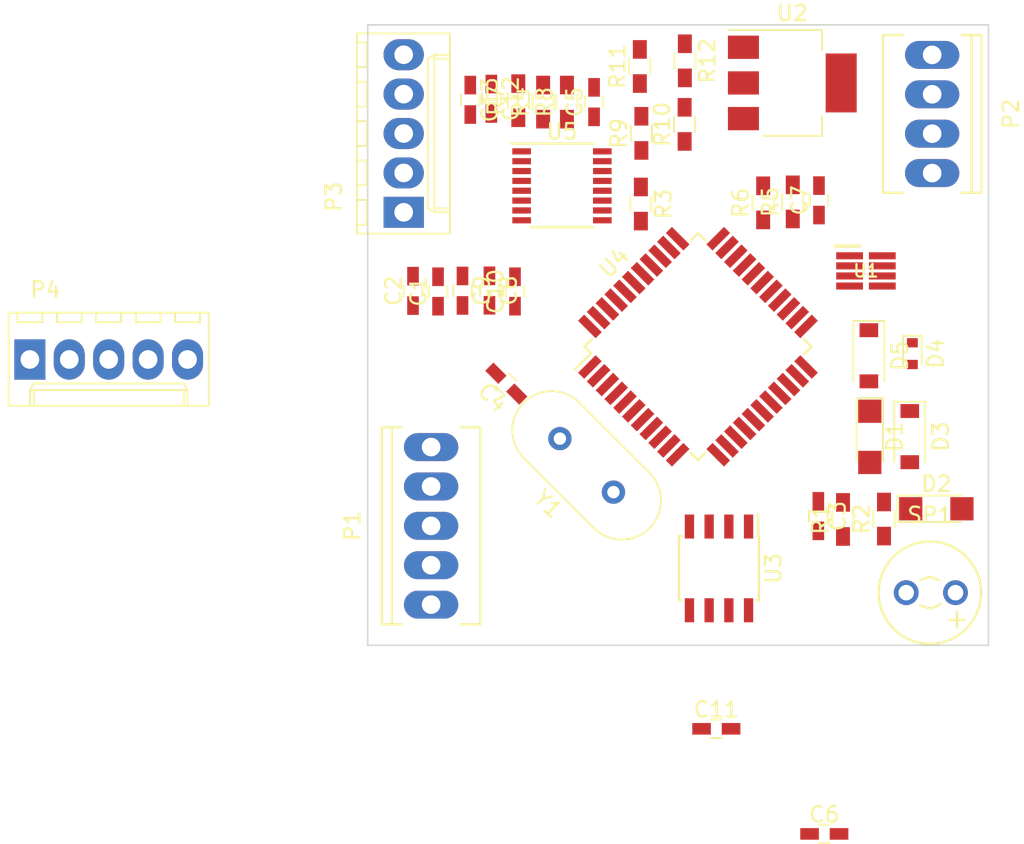
<source format=kicad_pcb>
(kicad_pcb (version 4) (host pcbnew 4.0.4-stable)

  (general
    (links 98)
    (no_connects 98)
    (area 12.014999 158.064999 52.120001 198.170001)
    (thickness 1.6)
    (drawings 4)
    (tracks 0)
    (zones 0)
    (modules 41)
    (nets 64)
  )

  (page A4)
  (layers
    (0 F.Cu signal)
    (31 B.Cu signal)
    (32 B.Adhes user)
    (33 F.Adhes user)
    (34 B.Paste user)
    (35 F.Paste user)
    (36 B.SilkS user)
    (37 F.SilkS user)
    (38 B.Mask user)
    (39 F.Mask user)
    (40 Dwgs.User user)
    (41 Cmts.User user)
    (42 Eco1.User user)
    (43 Eco2.User user)
    (44 Edge.Cuts user)
    (45 Margin user)
    (46 B.CrtYd user)
    (47 F.CrtYd user)
    (48 B.Fab user)
    (49 F.Fab user)
  )

  (setup
    (last_trace_width 0.4)
    (trace_clearance 0.2)
    (zone_clearance 0.508)
    (zone_45_only no)
    (trace_min 0.2)
    (segment_width 0.2)
    (edge_width 0.1)
    (via_size 0.6)
    (via_drill 0.4)
    (via_min_size 0.4)
    (via_min_drill 0.3)
    (uvia_size 0.3)
    (uvia_drill 0.1)
    (uvias_allowed no)
    (uvia_min_size 0.2)
    (uvia_min_drill 0.1)
    (pcb_text_width 0.3)
    (pcb_text_size 1.5 1.5)
    (mod_edge_width 0.15)
    (mod_text_size 1 1)
    (mod_text_width 0.15)
    (pad_size 1.5 1.5)
    (pad_drill 0.6)
    (pad_to_mask_clearance 0)
    (aux_axis_origin 0 0)
    (grid_origin 19.56816 179.81676)
    (visible_elements 7FFCFFFF)
    (pcbplotparams
      (layerselection 0x00030_80000001)
      (usegerberextensions false)
      (excludeedgelayer true)
      (linewidth 0.100000)
      (plotframeref false)
      (viasonmask false)
      (mode 1)
      (useauxorigin false)
      (hpglpennumber 1)
      (hpglpenspeed 20)
      (hpglpendiameter 15)
      (hpglpenoverlay 2)
      (psnegative false)
      (psa4output false)
      (plotreference true)
      (plotvalue true)
      (plotinvisibletext false)
      (padsonsilk false)
      (subtractmaskfromsilk false)
      (outputformat 1)
      (mirror false)
      (drillshape 1)
      (scaleselection 1)
      (outputdirectory ""))
  )

  (net 0 "")
  (net 1 /RA6)
  (net 2 GND)
  (net 3 /RA7)
  (net 4 /F_BEA)
  (net 5 VCC)
  (net 6 "Net-(D1-Pad2)")
  (net 7 /BUZZER)
  (net 8 /PWD)
  (net 9 /SOL)
  (net 10 /DIS)
  (net 11 /PGD)
  (net 12 /PGC)
  (net 13 /ENA)
  (net 14 /TEMP)
  (net 15 /WDI)
  (net 16 /~WDO)
  (net 17 VDD)
  (net 18 /AGC)
  (net 19 /LED_R)
  (net 20 /LED_G)
  (net 21 "Net-(R7-Pad1)")
  (net 22 "Net-(R10-Pad2)")
  (net 23 /F_RF_IN)
  (net 24 "Net-(R11-Pad1)")
  (net 25 "Net-(U5-Pad15)")
  (net 26 /PTT)
  (net 27 /RPT)
  (net 28 /HIPWR)
  (net 29 /BEACON_ON)
  (net 30 /VBAT)
  (net 31 "Net-(U1-Pad3)")
  (net 32 "Net-(U4-Pad1)")
  (net 33 "Net-(U4-Pad4)")
  (net 34 "Net-(U4-Pad5)")
  (net 35 "Net-(U4-Pad12)")
  (net 36 "Net-(U4-Pad13)")
  (net 37 /BEACON_MODE)
  (net 38 "Net-(U4-Pad15)")
  (net 39 "Net-(U4-Pad23)")
  (net 40 "Net-(U4-Pad25)")
  (net 41 "Net-(U4-Pad32)")
  (net 42 "Net-(U4-Pad33)")
  (net 43 "Net-(U4-Pad34)")
  (net 44 "Net-(U4-Pad35)")
  (net 45 "Net-(U4-Pad36)")
  (net 46 "Net-(U4-Pad37)")
  (net 47 "Net-(U4-Pad38)")
  (net 48 "Net-(U4-Pad42)")
  (net 49 "Net-(U4-Pad43)")
  (net 50 "Net-(U4-Pad44)")
  (net 51 /RF_IN)
  (net 52 "Net-(C6-Pad1)")
  (net 53 "Net-(C10-Pad2)")
  (net 54 "Net-(C12-Pad1)")
  (net 55 "Net-(C13-Pad1)")
  (net 56 "Net-(C13-Pad2)")
  (net 57 "Net-(D2-Pad2)")
  (net 58 "Net-(U3-Pad1)")
  (net 59 "Net-(U3-Pad2)")
  (net 60 "Net-(U3-Pad3)")
  (net 61 "Net-(U3-Pad6)")
  (net 62 "Net-(U3-Pad7)")
  (net 63 "Net-(U3-Pad8)")

  (net_class Default "Esta es la clase de red por defecto."
    (clearance 0.2)
    (trace_width 0.4)
    (via_dia 0.6)
    (via_drill 0.4)
    (uvia_dia 0.3)
    (uvia_drill 0.1)
    (add_net /AGC)
    (add_net /BEACON_MODE)
    (add_net /BEACON_ON)
    (add_net /BUZZER)
    (add_net /DIS)
    (add_net /ENA)
    (add_net /F_BEA)
    (add_net /F_RF_IN)
    (add_net /HIPWR)
    (add_net /LED_G)
    (add_net /LED_R)
    (add_net /PGC)
    (add_net /PGD)
    (add_net /PTT)
    (add_net /PWD)
    (add_net /RA6)
    (add_net /RA7)
    (add_net /RF_IN)
    (add_net /RPT)
    (add_net /SOL)
    (add_net /TEMP)
    (add_net /VBAT)
    (add_net /WDI)
    (add_net /~WDO)
    (add_net GND)
    (add_net "Net-(C10-Pad2)")
    (add_net "Net-(C12-Pad1)")
    (add_net "Net-(C13-Pad1)")
    (add_net "Net-(C13-Pad2)")
    (add_net "Net-(C6-Pad1)")
    (add_net "Net-(D1-Pad2)")
    (add_net "Net-(D2-Pad2)")
    (add_net "Net-(R10-Pad2)")
    (add_net "Net-(R11-Pad1)")
    (add_net "Net-(R7-Pad1)")
    (add_net "Net-(U1-Pad3)")
    (add_net "Net-(U3-Pad1)")
    (add_net "Net-(U3-Pad2)")
    (add_net "Net-(U3-Pad3)")
    (add_net "Net-(U3-Pad6)")
    (add_net "Net-(U3-Pad7)")
    (add_net "Net-(U3-Pad8)")
    (add_net "Net-(U4-Pad1)")
    (add_net "Net-(U4-Pad12)")
    (add_net "Net-(U4-Pad13)")
    (add_net "Net-(U4-Pad15)")
    (add_net "Net-(U4-Pad23)")
    (add_net "Net-(U4-Pad25)")
    (add_net "Net-(U4-Pad32)")
    (add_net "Net-(U4-Pad33)")
    (add_net "Net-(U4-Pad34)")
    (add_net "Net-(U4-Pad35)")
    (add_net "Net-(U4-Pad36)")
    (add_net "Net-(U4-Pad37)")
    (add_net "Net-(U4-Pad38)")
    (add_net "Net-(U4-Pad4)")
    (add_net "Net-(U4-Pad42)")
    (add_net "Net-(U4-Pad43)")
    (add_net "Net-(U4-Pad44)")
    (add_net "Net-(U4-Pad5)")
    (add_net "Net-(U5-Pad15)")
    (add_net VCC)
    (add_net VDD)
  )

  (module LEDs:LED_1206 (layer F.Cu) (tedit 587AA501) (tstamp 587B161B)
    (at 44.4246 184.67832 270)
    (descr "LED 1206 smd package")
    (tags "LED led 1206 SMD smd SMT smt smdled SMDLED smtled SMTLED")
    (path /58ABDFF6)
    (attr smd)
    (fp_text reference D1 (at 0 -1.6 270) (layer F.SilkS)
      (effects (font (size 1 1) (thickness 0.15)))
    )
    (fp_text value LED (at 0 2.54 270) (layer F.Fab)
      (effects (font (size 1 1) (thickness 0.15)))
    )
    (fp_line (start -2.5 -0.85) (end -2.5 0.85) (layer F.SilkS) (width 0.12))
    (fp_line (start -0.45 -0.4) (end -0.45 0.4) (layer F.Fab) (width 0.1))
    (fp_line (start -0.4 0) (end 0.2 -0.4) (layer F.Fab) (width 0.1))
    (fp_line (start 0.2 0.4) (end -0.4 0) (layer F.Fab) (width 0.1))
    (fp_line (start 0.2 -0.4) (end 0.2 0.4) (layer F.Fab) (width 0.1))
    (fp_line (start 1.6 0.8) (end -1.6 0.8) (layer F.Fab) (width 0.1))
    (fp_line (start 1.6 -0.8) (end 1.6 0.8) (layer F.Fab) (width 0.1))
    (fp_line (start -1.6 -0.8) (end 1.6 -0.8) (layer F.Fab) (width 0.1))
    (fp_line (start -1.6 0.8) (end -1.6 -0.8) (layer F.Fab) (width 0.1))
    (fp_line (start -2.45 0.85) (end 1.6 0.85) (layer F.SilkS) (width 0.12))
    (fp_line (start -2.45 -0.85) (end 1.6 -0.85) (layer F.SilkS) (width 0.12))
    (fp_line (start 2.65 -1) (end 2.65 1) (layer F.CrtYd) (width 0.05))
    (fp_line (start 2.65 1) (end -2.65 1) (layer F.CrtYd) (width 0.05))
    (fp_line (start -2.65 1) (end -2.65 -1) (layer F.CrtYd) (width 0.05))
    (fp_line (start -2.65 -1) (end 2.65 -1) (layer F.CrtYd) (width 0.05))
    (pad 2 smd rect (at 1.65 0 90) (size 1.5 1.5) (layers F.Cu F.Paste F.Mask)
      (net 6 "Net-(D1-Pad2)"))
    (pad 1 smd rect (at -1.65 0 90) (size 1.5 1.5) (layers F.Cu F.Paste F.Mask)
      (net 2 GND))
    (model LEDs.3dshapes/LED_1206.wrl
      (at (xyz 0 0 0))
      (scale (xyz 1 1 1))
      (rotate (xyz 0 0 180))
    )
  )

  (module Buzzers_Beepers:MagneticBuzzer_Kingstate_KCG0601 (layer F.Cu) (tedit 544E362D) (tstamp 587B3B57)
    (at 46.77156 194.72656)
    (descr "Buzzer, Elektromagnetic Beeper, Summer,")
    (tags "Kingstate, KCG0601,")
    (path /582783C1)
    (fp_text reference SP1 (at 1.524 -5.00126) (layer F.SilkS)
      (effects (font (size 1 1) (thickness 0.15)))
    )
    (fp_text value SPEAKER (at 1.524 5.00126) (layer F.Fab)
      (effects (font (size 1 1) (thickness 0.15)))
    )
    (fp_line (start 2.77368 1.75006) (end 3.77444 1.75006) (layer F.SilkS) (width 0.15))
    (fp_line (start 3.27406 1.24968) (end 3.27406 2.25044) (layer F.SilkS) (width 0.15))
    (fp_line (start 2.22504 0.70104) (end 2.12344 0.8001) (layer F.SilkS) (width 0.15))
    (fp_line (start 2.12344 0.8001) (end 1.92278 0.89916) (layer F.SilkS) (width 0.15))
    (fp_line (start 1.92278 0.89916) (end 1.62306 1.00076) (layer F.SilkS) (width 0.15))
    (fp_line (start 1.62306 1.00076) (end 1.42494 1.00076) (layer F.SilkS) (width 0.15))
    (fp_line (start 1.42494 1.00076) (end 1.12522 0.89916) (layer F.SilkS) (width 0.15))
    (fp_line (start 1.12522 0.89916) (end 0.92456 0.8001) (layer F.SilkS) (width 0.15))
    (fp_line (start 2.12344 -0.8001) (end 1.92278 -0.89916) (layer F.SilkS) (width 0.15))
    (fp_line (start 1.92278 -0.89916) (end 1.62306 -1.00076) (layer F.SilkS) (width 0.15))
    (fp_line (start 1.62306 -1.00076) (end 1.42494 -1.00076) (layer F.SilkS) (width 0.15))
    (fp_line (start 1.42494 -1.00076) (end 1.12522 -0.89916) (layer F.SilkS) (width 0.15))
    (fp_line (start 1.12522 -0.89916) (end 0.92456 -0.8001) (layer F.SilkS) (width 0.15))
    (fp_circle (center 1.524 0) (end 4.82346 0) (layer F.SilkS) (width 0.15))
    (pad 1 thru_hole circle (at 0 0) (size 1.6002 1.6002) (drill 1.00076) (layers *.Cu *.Mask)
      (net 7 /BUZZER))
    (pad 2 thru_hole circle (at 3.175 0) (size 1.6002 1.6002) (drill 1.00076) (layers *.Cu *.Mask)
      (net 2 GND))
    (model Buzzers_Beepers.3dshapes/MagneticBuzzer_Kingstate_KCG0601.wrl
      (at (xyz 0 0 0))
      (scale (xyz 1 1 1))
      (rotate (xyz 0 0 0))
    )
  )

  (module Crystals:Crystal_HC49-4H_Vertical (layer F.Cu) (tedit 58778B02) (tstamp 587D561F)
    (at 27.90444 188.24448 135)
    (descr "Crystal THT HC-49-4H http://5hertz.com/pdfs/04404_D.pdf")
    (tags "THT crystalHC-49-4H")
    (path /58272070)
    (fp_text reference Y1 (at 2.44 -3.525 135) (layer F.SilkS)
      (effects (font (size 1 1) (thickness 0.15)))
    )
    (fp_text value Crystal (at 2.44 3.525 135) (layer F.Fab)
      (effects (font (size 1 1) (thickness 0.15)))
    )
    (fp_arc (start -0.76 0) (end -0.76 -2.325) (angle -180) (layer F.Fab) (width 0.1))
    (fp_arc (start 5.64 0) (end 5.64 -2.325) (angle 180) (layer F.Fab) (width 0.1))
    (fp_arc (start -0.56 0) (end -0.56 -2) (angle -180) (layer F.Fab) (width 0.1))
    (fp_arc (start 5.44 0) (end 5.44 -2) (angle 180) (layer F.Fab) (width 0.1))
    (fp_arc (start -0.76 0) (end -0.76 -2.525) (angle -180) (layer F.SilkS) (width 0.12))
    (fp_arc (start 5.64 0) (end 5.64 -2.525) (angle 180) (layer F.SilkS) (width 0.12))
    (fp_line (start -0.76 -2.325) (end 5.64 -2.325) (layer F.Fab) (width 0.1))
    (fp_line (start -0.76 2.325) (end 5.64 2.325) (layer F.Fab) (width 0.1))
    (fp_line (start -0.56 -2) (end 5.44 -2) (layer F.Fab) (width 0.1))
    (fp_line (start -0.56 2) (end 5.44 2) (layer F.Fab) (width 0.1))
    (fp_line (start -0.76 -2.525) (end 5.64 -2.525) (layer F.SilkS) (width 0.12))
    (fp_line (start -0.76 2.525) (end 5.64 2.525) (layer F.SilkS) (width 0.12))
    (fp_line (start -3.6 -2.8) (end -3.6 2.8) (layer F.CrtYd) (width 0.05))
    (fp_line (start -3.6 2.8) (end 8.5 2.8) (layer F.CrtYd) (width 0.05))
    (fp_line (start 8.5 2.8) (end 8.5 -2.8) (layer F.CrtYd) (width 0.05))
    (fp_line (start 8.5 -2.8) (end -3.6 -2.8) (layer F.CrtYd) (width 0.05))
    (pad 1 thru_hole circle (at 0 0 135) (size 1.5 1.5) (drill 0.8) (layers *.Cu *.Mask)
      (net 1 /RA6))
    (pad 2 thru_hole circle (at 4.88 0 135) (size 1.5 1.5) (drill 0.8) (layers *.Cu *.Mask)
      (net 3 /RA7))
    (model Crystals.3dshapes/Crystal_HC49-4H_Vertical.wrl
      (at (xyz 0 0 0))
      (scale (xyz 0.393701 0.393701 0.393701))
      (rotate (xyz 0 0 0))
    )
  )

  (module smd-semi:SOT-23-8 (layer F.Cu) (tedit 5523110C) (tstamp 58850009)
    (at 44.17568 173.97984)
    (path /58272E1A)
    (attr smd)
    (fp_text reference U1 (at 0 0) (layer F.SilkS)
      (effects (font (size 0.8 0.8) (thickness 0.15)))
    )
    (fp_text value MAX6369 (at 0 0) (layer F.Fab)
      (effects (font (size 0.8 0.8) (thickness 0.15)))
    )
    (fp_line (start -0.2 -1.4) (end -0.8 -0.8) (layer F.Fab) (width 0.2))
    (fp_line (start -0.8125 -1.45) (end 0.8125 -1.45) (layer F.Fab) (width 0.2))
    (fp_line (start -0.8125 1.45) (end -0.8125 -1.45) (layer F.Fab) (width 0.2))
    (fp_line (start 0.8125 1.45) (end -0.8125 1.45) (layer F.Fab) (width 0.2))
    (fp_line (start 0.8125 -1.45) (end 0.8125 1.45) (layer F.Fab) (width 0.2))
    (fp_line (start -0.4 -1.6) (end -2 -1.6) (layer F.SilkS) (width 0.2))
    (fp_line (start -2.1675 -1.75) (end 2.1675 -1.75) (layer F.CrtYd) (width 0.2))
    (fp_line (start -2.1675 1.75) (end -2.1675 -1.75) (layer F.CrtYd) (width 0.2))
    (fp_line (start 2.1675 1.75) (end -2.1675 1.75) (layer F.CrtYd) (width 0.2))
    (fp_line (start 2.1675 -1.75) (end 2.1675 1.75) (layer F.CrtYd) (width 0.2))
    (pad 1 smd rect (at -1.054 -0.975 270) (size 0.457 1.727) (layers F.Cu F.Paste F.Mask)
      (net 15 /WDI))
    (pad 2 smd rect (at -1.054 -0.325 270) (size 0.457 1.727) (layers F.Cu F.Paste F.Mask)
      (net 2 GND))
    (pad 3 smd rect (at -1.054 0.325 270) (size 0.457 1.727) (layers F.Cu F.Paste F.Mask)
      (net 31 "Net-(U1-Pad3)"))
    (pad 4 smd rect (at -1.054 0.975 270) (size 0.457 1.727) (layers F.Cu F.Paste F.Mask)
      (net 5 VCC))
    (pad 5 smd rect (at 1.054 0.975 270) (size 0.457 1.727) (layers F.Cu F.Paste F.Mask)
      (net 5 VCC))
    (pad 6 smd rect (at 1.054 0.325 270) (size 0.457 1.727) (layers F.Cu F.Paste F.Mask)
      (net 5 VCC))
    (pad 7 smd rect (at 1.054 -0.325 270) (size 0.457 1.727) (layers F.Cu F.Paste F.Mask)
      (net 16 /~WDO))
    (pad 8 smd rect (at 1.054 -0.975 270) (size 0.457 1.727) (layers F.Cu F.Paste F.Mask)
      (net 5 VCC))
    (model smd_trans/sot23-8.wrl
      (at (xyz 0 0 0))
      (scale (xyz 1 1 1))
      (rotate (xyz 0 0 90))
    )
  )

  (module Diodes_SMD:D_SOD-123 (layer F.Cu) (tedit 58645DC7) (tstamp 58D44880)
    (at 44.36364 179.451 270)
    (descr SOD-123)
    (tags SOD-123)
    (path /58C3AFE4)
    (attr smd)
    (fp_text reference D5 (at 0 -2 270) (layer F.SilkS)
      (effects (font (size 1 1) (thickness 0.15)))
    )
    (fp_text value ZENER (at 0 2.1 270) (layer F.Fab)
      (effects (font (size 1 1) (thickness 0.15)))
    )
    (fp_line (start -2.25 -1) (end -2.25 1) (layer F.SilkS) (width 0.12))
    (fp_line (start 0.25 0) (end 0.75 0) (layer F.Fab) (width 0.1))
    (fp_line (start 0.25 0.4) (end -0.35 0) (layer F.Fab) (width 0.1))
    (fp_line (start 0.25 -0.4) (end 0.25 0.4) (layer F.Fab) (width 0.1))
    (fp_line (start -0.35 0) (end 0.25 -0.4) (layer F.Fab) (width 0.1))
    (fp_line (start -0.35 0) (end -0.35 0.55) (layer F.Fab) (width 0.1))
    (fp_line (start -0.35 0) (end -0.35 -0.55) (layer F.Fab) (width 0.1))
    (fp_line (start -0.75 0) (end -0.35 0) (layer F.Fab) (width 0.1))
    (fp_line (start -1.4 0.9) (end -1.4 -0.9) (layer F.Fab) (width 0.1))
    (fp_line (start 1.4 0.9) (end -1.4 0.9) (layer F.Fab) (width 0.1))
    (fp_line (start 1.4 -0.9) (end 1.4 0.9) (layer F.Fab) (width 0.1))
    (fp_line (start -1.4 -0.9) (end 1.4 -0.9) (layer F.Fab) (width 0.1))
    (fp_line (start -2.35 -1.15) (end 2.35 -1.15) (layer F.CrtYd) (width 0.05))
    (fp_line (start 2.35 -1.15) (end 2.35 1.15) (layer F.CrtYd) (width 0.05))
    (fp_line (start 2.35 1.15) (end -2.35 1.15) (layer F.CrtYd) (width 0.05))
    (fp_line (start -2.35 -1.15) (end -2.35 1.15) (layer F.CrtYd) (width 0.05))
    (fp_line (start -2.25 1) (end 1.65 1) (layer F.SilkS) (width 0.12))
    (fp_line (start -2.25 -1) (end 1.65 -1) (layer F.SilkS) (width 0.12))
    (pad 1 smd rect (at -1.65 0 270) (size 0.9 1.2) (layers F.Cu F.Paste F.Mask)
      (net 8 /PWD))
    (pad 2 smd rect (at 1.65 0 270) (size 0.9 1.2) (layers F.Cu F.Paste F.Mask)
      (net 2 GND))
    (model ${KISYS3DMOD}/Diodes_SMD.3dshapes/D_SOD-123.wrl
      (at (xyz 0 0 0))
      (scale (xyz 1 1 1))
      (rotate (xyz 0 0 0))
    )
  )

  (module Capacitors_SMD:C_0603_HandSoldering (layer F.Cu) (tedit 58AA848B) (tstamp 58D44C9F)
    (at 16.60144 175.30572 90)
    (descr "Capacitor SMD 0603, hand soldering")
    (tags "capacitor 0603")
    (path /58789C1B)
    (attr smd)
    (fp_text reference C1 (at 0 -1.25 90) (layer F.SilkS)
      (effects (font (size 1 1) (thickness 0.15)))
    )
    (fp_text value C (at 0 1.5 90) (layer F.Fab)
      (effects (font (size 1 1) (thickness 0.15)))
    )
    (fp_text user %R (at 0 -1.25 90) (layer F.Fab)
      (effects (font (size 1 1) (thickness 0.15)))
    )
    (fp_line (start -0.8 0.4) (end -0.8 -0.4) (layer F.Fab) (width 0.1))
    (fp_line (start 0.8 0.4) (end -0.8 0.4) (layer F.Fab) (width 0.1))
    (fp_line (start 0.8 -0.4) (end 0.8 0.4) (layer F.Fab) (width 0.1))
    (fp_line (start -0.8 -0.4) (end 0.8 -0.4) (layer F.Fab) (width 0.1))
    (fp_line (start -0.35 -0.6) (end 0.35 -0.6) (layer F.SilkS) (width 0.12))
    (fp_line (start 0.35 0.6) (end -0.35 0.6) (layer F.SilkS) (width 0.12))
    (fp_line (start -1.8 -0.65) (end 1.8 -0.65) (layer F.CrtYd) (width 0.05))
    (fp_line (start -1.8 -0.65) (end -1.8 0.65) (layer F.CrtYd) (width 0.05))
    (fp_line (start 1.8 0.65) (end 1.8 -0.65) (layer F.CrtYd) (width 0.05))
    (fp_line (start 1.8 0.65) (end -1.8 0.65) (layer F.CrtYd) (width 0.05))
    (pad 1 smd rect (at -0.95 0 90) (size 1.2 0.75) (layers F.Cu F.Paste F.Mask)
      (net 5 VCC))
    (pad 2 smd rect (at 0.95 0 90) (size 1.2 0.75) (layers F.Cu F.Paste F.Mask)
      (net 2 GND))
    (model Capacitors_SMD.3dshapes/C_0603.wrl
      (at (xyz 0 0 0))
      (scale (xyz 1 1 1))
      (rotate (xyz 0 0 0))
    )
  )

  (module Capacitors_SMD:C_0603_HandSoldering (layer F.Cu) (tedit 58AA848B) (tstamp 58D44CAF)
    (at 14.98854 175.26762 90)
    (descr "Capacitor SMD 0603, hand soldering")
    (tags "capacitor 0603")
    (path /582720CA)
    (attr smd)
    (fp_text reference C2 (at 0 -1.25 90) (layer F.SilkS)
      (effects (font (size 1 1) (thickness 0.15)))
    )
    (fp_text value 18pF (at 0 1.5 90) (layer F.Fab)
      (effects (font (size 1 1) (thickness 0.15)))
    )
    (fp_text user %R (at 0 -1.25 90) (layer F.Fab)
      (effects (font (size 1 1) (thickness 0.15)))
    )
    (fp_line (start -0.8 0.4) (end -0.8 -0.4) (layer F.Fab) (width 0.1))
    (fp_line (start 0.8 0.4) (end -0.8 0.4) (layer F.Fab) (width 0.1))
    (fp_line (start 0.8 -0.4) (end 0.8 0.4) (layer F.Fab) (width 0.1))
    (fp_line (start -0.8 -0.4) (end 0.8 -0.4) (layer F.Fab) (width 0.1))
    (fp_line (start -0.35 -0.6) (end 0.35 -0.6) (layer F.SilkS) (width 0.12))
    (fp_line (start 0.35 0.6) (end -0.35 0.6) (layer F.SilkS) (width 0.12))
    (fp_line (start -1.8 -0.65) (end 1.8 -0.65) (layer F.CrtYd) (width 0.05))
    (fp_line (start -1.8 -0.65) (end -1.8 0.65) (layer F.CrtYd) (width 0.05))
    (fp_line (start 1.8 0.65) (end 1.8 -0.65) (layer F.CrtYd) (width 0.05))
    (fp_line (start 1.8 0.65) (end -1.8 0.65) (layer F.CrtYd) (width 0.05))
    (pad 1 smd rect (at -0.95 0 90) (size 1.2 0.75) (layers F.Cu F.Paste F.Mask)
      (net 1 /RA6))
    (pad 2 smd rect (at 0.95 0 90) (size 1.2 0.75) (layers F.Cu F.Paste F.Mask)
      (net 2 GND))
    (model Capacitors_SMD.3dshapes/C_0603.wrl
      (at (xyz 0 0 0))
      (scale (xyz 1 1 1))
      (rotate (xyz 0 0 0))
    )
  )

  (module Capacitors_SMD:C_0603_HandSoldering (layer F.Cu) (tedit 58AA848B) (tstamp 58D44CBF)
    (at 41.10736 189.7888 270)
    (descr "Capacitor SMD 0603, hand soldering")
    (tags "capacitor 0603")
    (path /58C4011D)
    (attr smd)
    (fp_text reference C3 (at 0 -1.25 270) (layer F.SilkS)
      (effects (font (size 1 1) (thickness 0.15)))
    )
    (fp_text value 1uF (at 0 1.5 270) (layer F.Fab)
      (effects (font (size 1 1) (thickness 0.15)))
    )
    (fp_text user %R (at 0 -1.25 270) (layer F.Fab)
      (effects (font (size 1 1) (thickness 0.15)))
    )
    (fp_line (start -0.8 0.4) (end -0.8 -0.4) (layer F.Fab) (width 0.1))
    (fp_line (start 0.8 0.4) (end -0.8 0.4) (layer F.Fab) (width 0.1))
    (fp_line (start 0.8 -0.4) (end 0.8 0.4) (layer F.Fab) (width 0.1))
    (fp_line (start -0.8 -0.4) (end 0.8 -0.4) (layer F.Fab) (width 0.1))
    (fp_line (start -0.35 -0.6) (end 0.35 -0.6) (layer F.SilkS) (width 0.12))
    (fp_line (start 0.35 0.6) (end -0.35 0.6) (layer F.SilkS) (width 0.12))
    (fp_line (start -1.8 -0.65) (end 1.8 -0.65) (layer F.CrtYd) (width 0.05))
    (fp_line (start -1.8 -0.65) (end -1.8 0.65) (layer F.CrtYd) (width 0.05))
    (fp_line (start 1.8 0.65) (end 1.8 -0.65) (layer F.CrtYd) (width 0.05))
    (fp_line (start 1.8 0.65) (end -1.8 0.65) (layer F.CrtYd) (width 0.05))
    (pad 1 smd rect (at -0.95 0 270) (size 1.2 0.75) (layers F.Cu F.Paste F.Mask)
      (net 17 VDD))
    (pad 2 smd rect (at 0.95 0 270) (size 1.2 0.75) (layers F.Cu F.Paste F.Mask)
      (net 2 GND))
    (model Capacitors_SMD.3dshapes/C_0603.wrl
      (at (xyz 0 0 0))
      (scale (xyz 1 1 1))
      (rotate (xyz 0 0 0))
    )
  )

  (module Capacitors_SMD:C_0603_HandSoldering (layer F.Cu) (tedit 58AA848B) (tstamp 58D44CCF)
    (at 21.00072 181.24932 135)
    (descr "Capacitor SMD 0603, hand soldering")
    (tags "capacitor 0603")
    (path /5827209D)
    (attr smd)
    (fp_text reference C4 (at 0 -1.25 135) (layer F.SilkS)
      (effects (font (size 1 1) (thickness 0.15)))
    )
    (fp_text value 18pF (at 0 1.5 135) (layer F.Fab)
      (effects (font (size 1 1) (thickness 0.15)))
    )
    (fp_text user %R (at 0 -1.25 135) (layer F.Fab)
      (effects (font (size 1 1) (thickness 0.15)))
    )
    (fp_line (start -0.8 0.4) (end -0.8 -0.4) (layer F.Fab) (width 0.1))
    (fp_line (start 0.8 0.4) (end -0.8 0.4) (layer F.Fab) (width 0.1))
    (fp_line (start 0.8 -0.4) (end 0.8 0.4) (layer F.Fab) (width 0.1))
    (fp_line (start -0.8 -0.4) (end 0.8 -0.4) (layer F.Fab) (width 0.1))
    (fp_line (start -0.35 -0.6) (end 0.35 -0.6) (layer F.SilkS) (width 0.12))
    (fp_line (start 0.35 0.6) (end -0.35 0.6) (layer F.SilkS) (width 0.12))
    (fp_line (start -1.8 -0.65) (end 1.8 -0.65) (layer F.CrtYd) (width 0.05))
    (fp_line (start -1.8 -0.65) (end -1.8 0.65) (layer F.CrtYd) (width 0.05))
    (fp_line (start 1.8 0.65) (end 1.8 -0.65) (layer F.CrtYd) (width 0.05))
    (fp_line (start 1.8 0.65) (end -1.8 0.65) (layer F.CrtYd) (width 0.05))
    (pad 1 smd rect (at -0.95 0 135) (size 1.2 0.75) (layers F.Cu F.Paste F.Mask)
      (net 3 /RA7))
    (pad 2 smd rect (at 0.95 0 135) (size 1.2 0.75) (layers F.Cu F.Paste F.Mask)
      (net 2 GND))
    (model Capacitors_SMD.3dshapes/C_0603.wrl
      (at (xyz 0 0 0))
      (scale (xyz 1 1 1))
      (rotate (xyz 0 0 0))
    )
  )

  (module Capacitors_SMD:C_0603_HandSoldering (layer F.Cu) (tedit 58AA848B) (tstamp 58D44CDF)
    (at 26.65476 163.0934 90)
    (descr "Capacitor SMD 0603, hand soldering")
    (tags "capacitor 0603")
    (path /58C3EB61)
    (attr smd)
    (fp_text reference C5 (at 0 -1.25 90) (layer F.SilkS)
      (effects (font (size 1 1) (thickness 0.15)))
    )
    (fp_text value 1uF (at 0 1.5 90) (layer F.Fab)
      (effects (font (size 1 1) (thickness 0.15)))
    )
    (fp_text user %R (at 0 -1.25 90) (layer F.Fab)
      (effects (font (size 1 1) (thickness 0.15)))
    )
    (fp_line (start -0.8 0.4) (end -0.8 -0.4) (layer F.Fab) (width 0.1))
    (fp_line (start 0.8 0.4) (end -0.8 0.4) (layer F.Fab) (width 0.1))
    (fp_line (start 0.8 -0.4) (end 0.8 0.4) (layer F.Fab) (width 0.1))
    (fp_line (start -0.8 -0.4) (end 0.8 -0.4) (layer F.Fab) (width 0.1))
    (fp_line (start -0.35 -0.6) (end 0.35 -0.6) (layer F.SilkS) (width 0.12))
    (fp_line (start 0.35 0.6) (end -0.35 0.6) (layer F.SilkS) (width 0.12))
    (fp_line (start -1.8 -0.65) (end 1.8 -0.65) (layer F.CrtYd) (width 0.05))
    (fp_line (start -1.8 -0.65) (end -1.8 0.65) (layer F.CrtYd) (width 0.05))
    (fp_line (start 1.8 0.65) (end 1.8 -0.65) (layer F.CrtYd) (width 0.05))
    (fp_line (start 1.8 0.65) (end -1.8 0.65) (layer F.CrtYd) (width 0.05))
    (pad 1 smd rect (at -0.95 0 90) (size 1.2 0.75) (layers F.Cu F.Paste F.Mask)
      (net 5 VCC))
    (pad 2 smd rect (at 0.95 0 90) (size 1.2 0.75) (layers F.Cu F.Paste F.Mask)
      (net 2 GND))
    (model Capacitors_SMD.3dshapes/C_0603.wrl
      (at (xyz 0 0 0))
      (scale (xyz 1 1 1))
      (rotate (xyz 0 0 0))
    )
  )

  (module Capacitors_SMD:C_0603_HandSoldering (layer F.Cu) (tedit 58AA848B) (tstamp 58D44CFF)
    (at 41.148 169.42816 90)
    (descr "Capacitor SMD 0603, hand soldering")
    (tags "capacitor 0603")
    (path /58ACA465)
    (attr smd)
    (fp_text reference C7 (at 0 -1.25 90) (layer F.SilkS)
      (effects (font (size 1 1) (thickness 0.15)))
    )
    (fp_text value 100nF (at 0 1.5 90) (layer F.Fab)
      (effects (font (size 1 1) (thickness 0.15)))
    )
    (fp_text user %R (at 0 -1.25 90) (layer F.Fab)
      (effects (font (size 1 1) (thickness 0.15)))
    )
    (fp_line (start -0.8 0.4) (end -0.8 -0.4) (layer F.Fab) (width 0.1))
    (fp_line (start 0.8 0.4) (end -0.8 0.4) (layer F.Fab) (width 0.1))
    (fp_line (start 0.8 -0.4) (end 0.8 0.4) (layer F.Fab) (width 0.1))
    (fp_line (start -0.8 -0.4) (end 0.8 -0.4) (layer F.Fab) (width 0.1))
    (fp_line (start -0.35 -0.6) (end 0.35 -0.6) (layer F.SilkS) (width 0.12))
    (fp_line (start 0.35 0.6) (end -0.35 0.6) (layer F.SilkS) (width 0.12))
    (fp_line (start -1.8 -0.65) (end 1.8 -0.65) (layer F.CrtYd) (width 0.05))
    (fp_line (start -1.8 -0.65) (end -1.8 0.65) (layer F.CrtYd) (width 0.05))
    (fp_line (start 1.8 0.65) (end 1.8 -0.65) (layer F.CrtYd) (width 0.05))
    (fp_line (start 1.8 0.65) (end -1.8 0.65) (layer F.CrtYd) (width 0.05))
    (pad 1 smd rect (at -0.95 0 90) (size 1.2 0.75) (layers F.Cu F.Paste F.Mask)
      (net 10 /DIS))
    (pad 2 smd rect (at 0.95 0 90) (size 1.2 0.75) (layers F.Cu F.Paste F.Mask)
      (net 2 GND))
    (model Capacitors_SMD.3dshapes/C_0603.wrl
      (at (xyz 0 0 0))
      (scale (xyz 1 1 1))
      (rotate (xyz 0 0 0))
    )
  )

  (module Capacitors_SMD:C_0603_HandSoldering (layer F.Cu) (tedit 58AA848B) (tstamp 58D44D0F)
    (at 19.9136 175.24476 270)
    (descr "Capacitor SMD 0603, hand soldering")
    (tags "capacitor 0603")
    (path /58784276)
    (attr smd)
    (fp_text reference C8 (at 0 -1.25 270) (layer F.SilkS)
      (effects (font (size 1 1) (thickness 0.15)))
    )
    (fp_text value 10nF (at 0 1.5 270) (layer F.Fab)
      (effects (font (size 1 1) (thickness 0.15)))
    )
    (fp_text user %R (at 0 -1.25 270) (layer F.Fab)
      (effects (font (size 1 1) (thickness 0.15)))
    )
    (fp_line (start -0.8 0.4) (end -0.8 -0.4) (layer F.Fab) (width 0.1))
    (fp_line (start 0.8 0.4) (end -0.8 0.4) (layer F.Fab) (width 0.1))
    (fp_line (start 0.8 -0.4) (end 0.8 0.4) (layer F.Fab) (width 0.1))
    (fp_line (start -0.8 -0.4) (end 0.8 -0.4) (layer F.Fab) (width 0.1))
    (fp_line (start -0.35 -0.6) (end 0.35 -0.6) (layer F.SilkS) (width 0.12))
    (fp_line (start 0.35 0.6) (end -0.35 0.6) (layer F.SilkS) (width 0.12))
    (fp_line (start -1.8 -0.65) (end 1.8 -0.65) (layer F.CrtYd) (width 0.05))
    (fp_line (start -1.8 -0.65) (end -1.8 0.65) (layer F.CrtYd) (width 0.05))
    (fp_line (start 1.8 0.65) (end 1.8 -0.65) (layer F.CrtYd) (width 0.05))
    (fp_line (start 1.8 0.65) (end -1.8 0.65) (layer F.CrtYd) (width 0.05))
    (pad 1 smd rect (at -0.95 0 270) (size 1.2 0.75) (layers F.Cu F.Paste F.Mask)
      (net 5 VCC))
    (pad 2 smd rect (at 0.95 0 270) (size 1.2 0.75) (layers F.Cu F.Paste F.Mask)
      (net 2 GND))
    (model Capacitors_SMD.3dshapes/C_0603.wrl
      (at (xyz 0 0 0))
      (scale (xyz 1 1 1))
      (rotate (xyz 0 0 0))
    )
  )

  (module Capacitors_SMD:C_0603_HandSoldering (layer F.Cu) (tedit 58AA848B) (tstamp 58D44D1F)
    (at 18.17624 175.25492 270)
    (descr "Capacitor SMD 0603, hand soldering")
    (tags "capacitor 0603")
    (path /58786231)
    (attr smd)
    (fp_text reference C9 (at 0 -1.25 270) (layer F.SilkS)
      (effects (font (size 1 1) (thickness 0.15)))
    )
    (fp_text value 100nF (at 0 1.5 270) (layer F.Fab)
      (effects (font (size 1 1) (thickness 0.15)))
    )
    (fp_text user %R (at 0 -1.25 270) (layer F.Fab)
      (effects (font (size 1 1) (thickness 0.15)))
    )
    (fp_line (start -0.8 0.4) (end -0.8 -0.4) (layer F.Fab) (width 0.1))
    (fp_line (start 0.8 0.4) (end -0.8 0.4) (layer F.Fab) (width 0.1))
    (fp_line (start 0.8 -0.4) (end 0.8 0.4) (layer F.Fab) (width 0.1))
    (fp_line (start -0.8 -0.4) (end 0.8 -0.4) (layer F.Fab) (width 0.1))
    (fp_line (start -0.35 -0.6) (end 0.35 -0.6) (layer F.SilkS) (width 0.12))
    (fp_line (start 0.35 0.6) (end -0.35 0.6) (layer F.SilkS) (width 0.12))
    (fp_line (start -1.8 -0.65) (end 1.8 -0.65) (layer F.CrtYd) (width 0.05))
    (fp_line (start -1.8 -0.65) (end -1.8 0.65) (layer F.CrtYd) (width 0.05))
    (fp_line (start 1.8 0.65) (end 1.8 -0.65) (layer F.CrtYd) (width 0.05))
    (fp_line (start 1.8 0.65) (end -1.8 0.65) (layer F.CrtYd) (width 0.05))
    (pad 1 smd rect (at -0.95 0 270) (size 1.2 0.75) (layers F.Cu F.Paste F.Mask)
      (net 5 VCC))
    (pad 2 smd rect (at 0.95 0 270) (size 1.2 0.75) (layers F.Cu F.Paste F.Mask)
      (net 2 GND))
    (model Capacitors_SMD.3dshapes/C_0603.wrl
      (at (xyz 0 0 0))
      (scale (xyz 1 1 1))
      (rotate (xyz 0 0 0))
    )
  )

  (module Capacitors_SMD:C_0603_HandSoldering (layer F.Cu) (tedit 58AA848B) (tstamp 58D44D2F)
    (at 21.55952 175.30572 90)
    (descr "Capacitor SMD 0603, hand soldering")
    (tags "capacitor 0603")
    (path /58C45359)
    (attr smd)
    (fp_text reference C10 (at 0 -1.25 90) (layer F.SilkS)
      (effects (font (size 1 1) (thickness 0.15)))
    )
    (fp_text value 100nF (at 0 1.5 90) (layer F.Fab)
      (effects (font (size 1 1) (thickness 0.15)))
    )
    (fp_text user %R (at 0 -1.25 90) (layer F.Fab)
      (effects (font (size 1 1) (thickness 0.15)))
    )
    (fp_line (start -0.8 0.4) (end -0.8 -0.4) (layer F.Fab) (width 0.1))
    (fp_line (start 0.8 0.4) (end -0.8 0.4) (layer F.Fab) (width 0.1))
    (fp_line (start 0.8 -0.4) (end 0.8 0.4) (layer F.Fab) (width 0.1))
    (fp_line (start -0.8 -0.4) (end 0.8 -0.4) (layer F.Fab) (width 0.1))
    (fp_line (start -0.35 -0.6) (end 0.35 -0.6) (layer F.SilkS) (width 0.12))
    (fp_line (start 0.35 0.6) (end -0.35 0.6) (layer F.SilkS) (width 0.12))
    (fp_line (start -1.8 -0.65) (end 1.8 -0.65) (layer F.CrtYd) (width 0.05))
    (fp_line (start -1.8 -0.65) (end -1.8 0.65) (layer F.CrtYd) (width 0.05))
    (fp_line (start 1.8 0.65) (end 1.8 -0.65) (layer F.CrtYd) (width 0.05))
    (fp_line (start 1.8 0.65) (end -1.8 0.65) (layer F.CrtYd) (width 0.05))
    (pad 1 smd rect (at -0.95 0 90) (size 1.2 0.75) (layers F.Cu F.Paste F.Mask)
      (net 5 VCC))
    (pad 2 smd rect (at 0.95 0 90) (size 1.2 0.75) (layers F.Cu F.Paste F.Mask)
      (net 53 "Net-(C10-Pad2)"))
    (model Capacitors_SMD.3dshapes/C_0603.wrl
      (at (xyz 0 0 0))
      (scale (xyz 1 1 1))
      (rotate (xyz 0 0 0))
    )
  )

  (module Capacitors_SMD:C_0603_HandSoldering (layer F.Cu) (tedit 58AA848B) (tstamp 58D44D4F)
    (at 20.03552 162.88004 270)
    (descr "Capacitor SMD 0603, hand soldering")
    (tags "capacitor 0603")
    (path /58C5BC85)
    (attr smd)
    (fp_text reference C12 (at 0 -1.25 270) (layer F.SilkS)
      (effects (font (size 1 1) (thickness 0.15)))
    )
    (fp_text value 10nF (at 0 1.5 270) (layer F.Fab)
      (effects (font (size 1 1) (thickness 0.15)))
    )
    (fp_text user %R (at 0 -1.25 270) (layer F.Fab)
      (effects (font (size 1 1) (thickness 0.15)))
    )
    (fp_line (start -0.8 0.4) (end -0.8 -0.4) (layer F.Fab) (width 0.1))
    (fp_line (start 0.8 0.4) (end -0.8 0.4) (layer F.Fab) (width 0.1))
    (fp_line (start 0.8 -0.4) (end 0.8 0.4) (layer F.Fab) (width 0.1))
    (fp_line (start -0.8 -0.4) (end 0.8 -0.4) (layer F.Fab) (width 0.1))
    (fp_line (start -0.35 -0.6) (end 0.35 -0.6) (layer F.SilkS) (width 0.12))
    (fp_line (start 0.35 0.6) (end -0.35 0.6) (layer F.SilkS) (width 0.12))
    (fp_line (start -1.8 -0.65) (end 1.8 -0.65) (layer F.CrtYd) (width 0.05))
    (fp_line (start -1.8 -0.65) (end -1.8 0.65) (layer F.CrtYd) (width 0.05))
    (fp_line (start 1.8 0.65) (end 1.8 -0.65) (layer F.CrtYd) (width 0.05))
    (fp_line (start 1.8 0.65) (end -1.8 0.65) (layer F.CrtYd) (width 0.05))
    (pad 1 smd rect (at -0.95 0 270) (size 1.2 0.75) (layers F.Cu F.Paste F.Mask)
      (net 54 "Net-(C12-Pad1)"))
    (pad 2 smd rect (at 0.95 0 270) (size 1.2 0.75) (layers F.Cu F.Paste F.Mask)
      (net 2 GND))
    (model Capacitors_SMD.3dshapes/C_0603.wrl
      (at (xyz 0 0 0))
      (scale (xyz 1 1 1))
      (rotate (xyz 0 0 0))
    )
  )

  (module Capacitors_SMD:C_0603_HandSoldering (layer F.Cu) (tedit 58AA848B) (tstamp 58D44D5F)
    (at 18.67916 162.94608 270)
    (descr "Capacitor SMD 0603, hand soldering")
    (tags "capacitor 0603")
    (path /58C5E1EC)
    (attr smd)
    (fp_text reference C13 (at 0 -1.25 270) (layer F.SilkS)
      (effects (font (size 1 1) (thickness 0.15)))
    )
    (fp_text value 10nF (at 0 1.5 270) (layer F.Fab)
      (effects (font (size 1 1) (thickness 0.15)))
    )
    (fp_text user %R (at 0 -1.25 270) (layer F.Fab)
      (effects (font (size 1 1) (thickness 0.15)))
    )
    (fp_line (start -0.8 0.4) (end -0.8 -0.4) (layer F.Fab) (width 0.1))
    (fp_line (start 0.8 0.4) (end -0.8 0.4) (layer F.Fab) (width 0.1))
    (fp_line (start 0.8 -0.4) (end 0.8 0.4) (layer F.Fab) (width 0.1))
    (fp_line (start -0.8 -0.4) (end 0.8 -0.4) (layer F.Fab) (width 0.1))
    (fp_line (start -0.35 -0.6) (end 0.35 -0.6) (layer F.SilkS) (width 0.12))
    (fp_line (start 0.35 0.6) (end -0.35 0.6) (layer F.SilkS) (width 0.12))
    (fp_line (start -1.8 -0.65) (end 1.8 -0.65) (layer F.CrtYd) (width 0.05))
    (fp_line (start -1.8 -0.65) (end -1.8 0.65) (layer F.CrtYd) (width 0.05))
    (fp_line (start 1.8 0.65) (end 1.8 -0.65) (layer F.CrtYd) (width 0.05))
    (fp_line (start 1.8 0.65) (end -1.8 0.65) (layer F.CrtYd) (width 0.05))
    (pad 1 smd rect (at -0.95 0 270) (size 1.2 0.75) (layers F.Cu F.Paste F.Mask)
      (net 55 "Net-(C13-Pad1)"))
    (pad 2 smd rect (at 0.95 0 270) (size 1.2 0.75) (layers F.Cu F.Paste F.Mask)
      (net 56 "Net-(C13-Pad2)"))
    (model Capacitors_SMD.3dshapes/C_0603.wrl
      (at (xyz 0 0 0))
      (scale (xyz 1 1 1))
      (rotate (xyz 0 0 0))
    )
  )

  (module Resistors_SMD:R_0603_HandSoldering (layer F.Cu) (tedit 58AAD9E8) (tstamp 58D44D7F)
    (at 42.6974 190.0047 90)
    (descr "Resistor SMD 0603, hand soldering")
    (tags "resistor 0603")
    (path /58ABE2B2)
    (attr smd)
    (fp_text reference R1 (at 0 -1.45 90) (layer F.SilkS)
      (effects (font (size 1 1) (thickness 0.15)))
    )
    (fp_text value 470 (at 0 1.55 90) (layer F.Fab)
      (effects (font (size 1 1) (thickness 0.15)))
    )
    (fp_text user %R (at 0 -1.45 90) (layer F.Fab)
      (effects (font (size 1 1) (thickness 0.15)))
    )
    (fp_line (start -0.8 0.4) (end -0.8 -0.4) (layer F.Fab) (width 0.1))
    (fp_line (start 0.8 0.4) (end -0.8 0.4) (layer F.Fab) (width 0.1))
    (fp_line (start 0.8 -0.4) (end 0.8 0.4) (layer F.Fab) (width 0.1))
    (fp_line (start -0.8 -0.4) (end 0.8 -0.4) (layer F.Fab) (width 0.1))
    (fp_line (start 0.5 0.68) (end -0.5 0.68) (layer F.SilkS) (width 0.12))
    (fp_line (start -0.5 -0.68) (end 0.5 -0.68) (layer F.SilkS) (width 0.12))
    (fp_line (start -1.96 -0.7) (end 1.95 -0.7) (layer F.CrtYd) (width 0.05))
    (fp_line (start -1.96 -0.7) (end -1.96 0.7) (layer F.CrtYd) (width 0.05))
    (fp_line (start 1.95 0.7) (end 1.95 -0.7) (layer F.CrtYd) (width 0.05))
    (fp_line (start 1.95 0.7) (end -1.96 0.7) (layer F.CrtYd) (width 0.05))
    (pad 1 smd rect (at -1.1 0 90) (size 1.2 0.9) (layers F.Cu F.Paste F.Mask)
      (net 20 /LED_G))
    (pad 2 smd rect (at 1.1 0 90) (size 1.2 0.9) (layers F.Cu F.Paste F.Mask)
      (net 6 "Net-(D1-Pad2)"))
    (model Resistors_SMD.3dshapes/R_0603.wrl
      (at (xyz 0 0 0))
      (scale (xyz 1 1 1))
      (rotate (xyz 0 0 0))
    )
  )

  (module Resistors_SMD:R_0603_HandSoldering (layer F.Cu) (tedit 58AAD9E8) (tstamp 58D44D8F)
    (at 45.339 189.9793 90)
    (descr "Resistor SMD 0603, hand soldering")
    (tags "resistor 0603")
    (path /58277390)
    (attr smd)
    (fp_text reference R2 (at 0 -1.45 90) (layer F.SilkS)
      (effects (font (size 1 1) (thickness 0.15)))
    )
    (fp_text value 470 (at 0 1.55 90) (layer F.Fab)
      (effects (font (size 1 1) (thickness 0.15)))
    )
    (fp_text user %R (at 0 -1.45 90) (layer F.Fab)
      (effects (font (size 1 1) (thickness 0.15)))
    )
    (fp_line (start -0.8 0.4) (end -0.8 -0.4) (layer F.Fab) (width 0.1))
    (fp_line (start 0.8 0.4) (end -0.8 0.4) (layer F.Fab) (width 0.1))
    (fp_line (start 0.8 -0.4) (end 0.8 0.4) (layer F.Fab) (width 0.1))
    (fp_line (start -0.8 -0.4) (end 0.8 -0.4) (layer F.Fab) (width 0.1))
    (fp_line (start 0.5 0.68) (end -0.5 0.68) (layer F.SilkS) (width 0.12))
    (fp_line (start -0.5 -0.68) (end 0.5 -0.68) (layer F.SilkS) (width 0.12))
    (fp_line (start -1.96 -0.7) (end 1.95 -0.7) (layer F.CrtYd) (width 0.05))
    (fp_line (start -1.96 -0.7) (end -1.96 0.7) (layer F.CrtYd) (width 0.05))
    (fp_line (start 1.95 0.7) (end 1.95 -0.7) (layer F.CrtYd) (width 0.05))
    (fp_line (start 1.95 0.7) (end -1.96 0.7) (layer F.CrtYd) (width 0.05))
    (pad 1 smd rect (at -1.1 0 90) (size 1.2 0.9) (layers F.Cu F.Paste F.Mask)
      (net 19 /LED_R))
    (pad 2 smd rect (at 1.1 0 90) (size 1.2 0.9) (layers F.Cu F.Paste F.Mask)
      (net 57 "Net-(D2-Pad2)"))
    (model Resistors_SMD.3dshapes/R_0603.wrl
      (at (xyz 0 0 0))
      (scale (xyz 1 1 1))
      (rotate (xyz 0 0 0))
    )
  )

  (module Resistors_SMD:R_0603_HandSoldering (layer F.Cu) (tedit 58AAD9E8) (tstamp 58D44D9F)
    (at 29.67228 169.66692 270)
    (descr "Resistor SMD 0603, hand soldering")
    (tags "resistor 0603")
    (path /5827CEF1)
    (attr smd)
    (fp_text reference R3 (at 0 -1.45 270) (layer F.SilkS)
      (effects (font (size 1 1) (thickness 0.15)))
    )
    (fp_text value 4K7 (at 0 1.55 270) (layer F.Fab)
      (effects (font (size 1 1) (thickness 0.15)))
    )
    (fp_text user %R (at 0 -1.45 270) (layer F.Fab)
      (effects (font (size 1 1) (thickness 0.15)))
    )
    (fp_line (start -0.8 0.4) (end -0.8 -0.4) (layer F.Fab) (width 0.1))
    (fp_line (start 0.8 0.4) (end -0.8 0.4) (layer F.Fab) (width 0.1))
    (fp_line (start 0.8 -0.4) (end 0.8 0.4) (layer F.Fab) (width 0.1))
    (fp_line (start -0.8 -0.4) (end 0.8 -0.4) (layer F.Fab) (width 0.1))
    (fp_line (start 0.5 0.68) (end -0.5 0.68) (layer F.SilkS) (width 0.12))
    (fp_line (start -0.5 -0.68) (end 0.5 -0.68) (layer F.SilkS) (width 0.12))
    (fp_line (start -1.96 -0.7) (end 1.95 -0.7) (layer F.CrtYd) (width 0.05))
    (fp_line (start -1.96 -0.7) (end -1.96 0.7) (layer F.CrtYd) (width 0.05))
    (fp_line (start 1.95 0.7) (end 1.95 -0.7) (layer F.CrtYd) (width 0.05))
    (fp_line (start 1.95 0.7) (end -1.96 0.7) (layer F.CrtYd) (width 0.05))
    (pad 1 smd rect (at -1.1 0 270) (size 1.2 0.9) (layers F.Cu F.Paste F.Mask)
      (net 5 VCC))
    (pad 2 smd rect (at 1.1 0 270) (size 1.2 0.9) (layers F.Cu F.Paste F.Mask)
      (net 14 /TEMP))
    (model Resistors_SMD.3dshapes/R_0603.wrl
      (at (xyz 0 0 0))
      (scale (xyz 1 1 1))
      (rotate (xyz 0 0 0))
    )
  )

  (module Resistors_SMD:R_0603_HandSoldering (layer F.Cu) (tedit 58AAD9E8) (tstamp 58D44DAF)
    (at 23.37308 163.0934 90)
    (descr "Resistor SMD 0603, hand soldering")
    (tags "resistor 0603")
    (path /58C4C879)
    (attr smd)
    (fp_text reference R4 (at 0 -1.45 90) (layer F.SilkS)
      (effects (font (size 1 1) (thickness 0.15)))
    )
    (fp_text value 6,19K (at 0 1.55 90) (layer F.Fab)
      (effects (font (size 1 1) (thickness 0.15)))
    )
    (fp_text user %R (at 0 -1.45 90) (layer F.Fab)
      (effects (font (size 1 1) (thickness 0.15)))
    )
    (fp_line (start -0.8 0.4) (end -0.8 -0.4) (layer F.Fab) (width 0.1))
    (fp_line (start 0.8 0.4) (end -0.8 0.4) (layer F.Fab) (width 0.1))
    (fp_line (start 0.8 -0.4) (end 0.8 0.4) (layer F.Fab) (width 0.1))
    (fp_line (start -0.8 -0.4) (end 0.8 -0.4) (layer F.Fab) (width 0.1))
    (fp_line (start 0.5 0.68) (end -0.5 0.68) (layer F.SilkS) (width 0.12))
    (fp_line (start -0.5 -0.68) (end 0.5 -0.68) (layer F.SilkS) (width 0.12))
    (fp_line (start -1.96 -0.7) (end 1.95 -0.7) (layer F.CrtYd) (width 0.05))
    (fp_line (start -1.96 -0.7) (end -1.96 0.7) (layer F.CrtYd) (width 0.05))
    (fp_line (start 1.95 0.7) (end 1.95 -0.7) (layer F.CrtYd) (width 0.05))
    (fp_line (start 1.95 0.7) (end -1.96 0.7) (layer F.CrtYd) (width 0.05))
    (pad 1 smd rect (at -1.1 0 90) (size 1.2 0.9) (layers F.Cu F.Paste F.Mask)
      (net 52 "Net-(C6-Pad1)"))
    (pad 2 smd rect (at 1.1 0 90) (size 1.2 0.9) (layers F.Cu F.Paste F.Mask)
      (net 29 /BEACON_ON))
    (model Resistors_SMD.3dshapes/R_0603.wrl
      (at (xyz 0 0 0))
      (scale (xyz 1 1 1))
      (rotate (xyz 0 0 0))
    )
  )

  (module Resistors_SMD:R_0603_HandSoldering (layer F.Cu) (tedit 58AAD9E8) (tstamp 58D44DBF)
    (at 39.46144 169.52976 90)
    (descr "Resistor SMD 0603, hand soldering")
    (tags "resistor 0603")
    (path /58AC2A94)
    (attr smd)
    (fp_text reference R5 (at 0 -1.45 90) (layer F.SilkS)
      (effects (font (size 1 1) (thickness 0.15)))
    )
    (fp_text value 4K7 (at 0 1.55 90) (layer F.Fab)
      (effects (font (size 1 1) (thickness 0.15)))
    )
    (fp_text user %R (at 0 -1.45 90) (layer F.Fab)
      (effects (font (size 1 1) (thickness 0.15)))
    )
    (fp_line (start -0.8 0.4) (end -0.8 -0.4) (layer F.Fab) (width 0.1))
    (fp_line (start 0.8 0.4) (end -0.8 0.4) (layer F.Fab) (width 0.1))
    (fp_line (start 0.8 -0.4) (end 0.8 0.4) (layer F.Fab) (width 0.1))
    (fp_line (start -0.8 -0.4) (end 0.8 -0.4) (layer F.Fab) (width 0.1))
    (fp_line (start 0.5 0.68) (end -0.5 0.68) (layer F.SilkS) (width 0.12))
    (fp_line (start -0.5 -0.68) (end 0.5 -0.68) (layer F.SilkS) (width 0.12))
    (fp_line (start -1.96 -0.7) (end 1.95 -0.7) (layer F.CrtYd) (width 0.05))
    (fp_line (start -1.96 -0.7) (end -1.96 0.7) (layer F.CrtYd) (width 0.05))
    (fp_line (start 1.95 0.7) (end 1.95 -0.7) (layer F.CrtYd) (width 0.05))
    (fp_line (start 1.95 0.7) (end -1.96 0.7) (layer F.CrtYd) (width 0.05))
    (pad 1 smd rect (at -1.1 0 90) (size 1.2 0.9) (layers F.Cu F.Paste F.Mask)
      (net 17 VDD))
    (pad 2 smd rect (at 1.1 0 90) (size 1.2 0.9) (layers F.Cu F.Paste F.Mask)
      (net 30 /VBAT))
    (model Resistors_SMD.3dshapes/R_0603.wrl
      (at (xyz 0 0 0))
      (scale (xyz 1 1 1))
      (rotate (xyz 0 0 0))
    )
  )

  (module Resistors_SMD:R_0603_HandSoldering (layer F.Cu) (tedit 58AAD9E8) (tstamp 58D44DCF)
    (at 37.55136 169.59072 90)
    (descr "Resistor SMD 0603, hand soldering")
    (tags "resistor 0603")
    (path /58AC2B3F)
    (attr smd)
    (fp_text reference R6 (at 0 -1.45 90) (layer F.SilkS)
      (effects (font (size 1 1) (thickness 0.15)))
    )
    (fp_text value 10K (at 0 1.55 90) (layer F.Fab)
      (effects (font (size 1 1) (thickness 0.15)))
    )
    (fp_text user %R (at 0 -1.45 90) (layer F.Fab)
      (effects (font (size 1 1) (thickness 0.15)))
    )
    (fp_line (start -0.8 0.4) (end -0.8 -0.4) (layer F.Fab) (width 0.1))
    (fp_line (start 0.8 0.4) (end -0.8 0.4) (layer F.Fab) (width 0.1))
    (fp_line (start 0.8 -0.4) (end 0.8 0.4) (layer F.Fab) (width 0.1))
    (fp_line (start -0.8 -0.4) (end 0.8 -0.4) (layer F.Fab) (width 0.1))
    (fp_line (start 0.5 0.68) (end -0.5 0.68) (layer F.SilkS) (width 0.12))
    (fp_line (start -0.5 -0.68) (end 0.5 -0.68) (layer F.SilkS) (width 0.12))
    (fp_line (start -1.96 -0.7) (end 1.95 -0.7) (layer F.CrtYd) (width 0.05))
    (fp_line (start -1.96 -0.7) (end -1.96 0.7) (layer F.CrtYd) (width 0.05))
    (fp_line (start 1.95 0.7) (end 1.95 -0.7) (layer F.CrtYd) (width 0.05))
    (fp_line (start 1.95 0.7) (end -1.96 0.7) (layer F.CrtYd) (width 0.05))
    (pad 1 smd rect (at -1.1 0 90) (size 1.2 0.9) (layers F.Cu F.Paste F.Mask)
      (net 30 /VBAT))
    (pad 2 smd rect (at 1.1 0 90) (size 1.2 0.9) (layers F.Cu F.Paste F.Mask)
      (net 2 GND))
    (model Resistors_SMD.3dshapes/R_0603.wrl
      (at (xyz 0 0 0))
      (scale (xyz 1 1 1))
      (rotate (xyz 0 0 0))
    )
  )

  (module Resistors_SMD:R_0603_HandSoldering (layer F.Cu) (tedit 58AAD9E8) (tstamp 58D44DDF)
    (at 21.77288 163.00196 90)
    (descr "Resistor SMD 0603, hand soldering")
    (tags "resistor 0603")
    (path /58C4F5A9)
    (attr smd)
    (fp_text reference R7 (at 0 -1.45 90) (layer F.SilkS)
      (effects (font (size 1 1) (thickness 0.15)))
    )
    (fp_text value 4,99K (at 0 1.55 90) (layer F.Fab)
      (effects (font (size 1 1) (thickness 0.15)))
    )
    (fp_text user %R (at 0 -1.45 90) (layer F.Fab)
      (effects (font (size 1 1) (thickness 0.15)))
    )
    (fp_line (start -0.8 0.4) (end -0.8 -0.4) (layer F.Fab) (width 0.1))
    (fp_line (start 0.8 0.4) (end -0.8 0.4) (layer F.Fab) (width 0.1))
    (fp_line (start 0.8 -0.4) (end 0.8 0.4) (layer F.Fab) (width 0.1))
    (fp_line (start -0.8 -0.4) (end 0.8 -0.4) (layer F.Fab) (width 0.1))
    (fp_line (start 0.5 0.68) (end -0.5 0.68) (layer F.SilkS) (width 0.12))
    (fp_line (start -0.5 -0.68) (end 0.5 -0.68) (layer F.SilkS) (width 0.12))
    (fp_line (start -1.96 -0.7) (end 1.95 -0.7) (layer F.CrtYd) (width 0.05))
    (fp_line (start -1.96 -0.7) (end -1.96 0.7) (layer F.CrtYd) (width 0.05))
    (fp_line (start 1.95 0.7) (end 1.95 -0.7) (layer F.CrtYd) (width 0.05))
    (fp_line (start 1.95 0.7) (end -1.96 0.7) (layer F.CrtYd) (width 0.05))
    (pad 1 smd rect (at -1.1 0 90) (size 1.2 0.9) (layers F.Cu F.Paste F.Mask)
      (net 21 "Net-(R7-Pad1)"))
    (pad 2 smd rect (at 1.1 0 90) (size 1.2 0.9) (layers F.Cu F.Paste F.Mask)
      (net 56 "Net-(C13-Pad2)"))
    (model Resistors_SMD.3dshapes/R_0603.wrl
      (at (xyz 0 0 0))
      (scale (xyz 1 1 1))
      (rotate (xyz 0 0 0))
    )
  )

  (module Resistors_SMD:R_0603_HandSoldering (layer F.Cu) (tedit 58AAD9E8) (tstamp 58D44DEF)
    (at 24.90724 163.0934 90)
    (descr "Resistor SMD 0603, hand soldering")
    (tags "resistor 0603")
    (path /58C52D06)
    (attr smd)
    (fp_text reference R8 (at 0 -1.45 90) (layer F.SilkS)
      (effects (font (size 1 1) (thickness 0.15)))
    )
    (fp_text value 6,65K (at 0 1.55 90) (layer F.Fab)
      (effects (font (size 1 1) (thickness 0.15)))
    )
    (fp_text user %R (at 0 -1.45 90) (layer F.Fab)
      (effects (font (size 1 1) (thickness 0.15)))
    )
    (fp_line (start -0.8 0.4) (end -0.8 -0.4) (layer F.Fab) (width 0.1))
    (fp_line (start 0.8 0.4) (end -0.8 0.4) (layer F.Fab) (width 0.1))
    (fp_line (start 0.8 -0.4) (end 0.8 0.4) (layer F.Fab) (width 0.1))
    (fp_line (start -0.8 -0.4) (end 0.8 -0.4) (layer F.Fab) (width 0.1))
    (fp_line (start 0.5 0.68) (end -0.5 0.68) (layer F.SilkS) (width 0.12))
    (fp_line (start -0.5 -0.68) (end 0.5 -0.68) (layer F.SilkS) (width 0.12))
    (fp_line (start -1.96 -0.7) (end 1.95 -0.7) (layer F.CrtYd) (width 0.05))
    (fp_line (start -1.96 -0.7) (end -1.96 0.7) (layer F.CrtYd) (width 0.05))
    (fp_line (start 1.95 0.7) (end 1.95 -0.7) (layer F.CrtYd) (width 0.05))
    (fp_line (start 1.95 0.7) (end -1.96 0.7) (layer F.CrtYd) (width 0.05))
    (pad 1 smd rect (at -1.1 0 90) (size 1.2 0.9) (layers F.Cu F.Paste F.Mask)
      (net 56 "Net-(C13-Pad2)"))
    (pad 2 smd rect (at 1.1 0 90) (size 1.2 0.9) (layers F.Cu F.Paste F.Mask)
      (net 54 "Net-(C12-Pad1)"))
    (model Resistors_SMD.3dshapes/R_0603.wrl
      (at (xyz 0 0 0))
      (scale (xyz 1 1 1))
      (rotate (xyz 0 0 0))
    )
  )

  (module Resistors_SMD:R_0603_HandSoldering (layer F.Cu) (tedit 58AAD9E8) (tstamp 58D44DFF)
    (at 29.70276 165.11016 90)
    (descr "Resistor SMD 0603, hand soldering")
    (tags "resistor 0603")
    (path /58C66605)
    (attr smd)
    (fp_text reference R9 (at 0 -1.45 90) (layer F.SilkS)
      (effects (font (size 1 1) (thickness 0.15)))
    )
    (fp_text value R (at 0 1.55 90) (layer F.Fab)
      (effects (font (size 1 1) (thickness 0.15)))
    )
    (fp_text user %R (at 0 -1.45 90) (layer F.Fab)
      (effects (font (size 1 1) (thickness 0.15)))
    )
    (fp_line (start -0.8 0.4) (end -0.8 -0.4) (layer F.Fab) (width 0.1))
    (fp_line (start 0.8 0.4) (end -0.8 0.4) (layer F.Fab) (width 0.1))
    (fp_line (start 0.8 -0.4) (end 0.8 0.4) (layer F.Fab) (width 0.1))
    (fp_line (start -0.8 -0.4) (end 0.8 -0.4) (layer F.Fab) (width 0.1))
    (fp_line (start 0.5 0.68) (end -0.5 0.68) (layer F.SilkS) (width 0.12))
    (fp_line (start -0.5 -0.68) (end 0.5 -0.68) (layer F.SilkS) (width 0.12))
    (fp_line (start -1.96 -0.7) (end 1.95 -0.7) (layer F.CrtYd) (width 0.05))
    (fp_line (start -1.96 -0.7) (end -1.96 0.7) (layer F.CrtYd) (width 0.05))
    (fp_line (start 1.95 0.7) (end 1.95 -0.7) (layer F.CrtYd) (width 0.05))
    (fp_line (start 1.95 0.7) (end -1.96 0.7) (layer F.CrtYd) (width 0.05))
    (pad 1 smd rect (at -1.1 0 90) (size 1.2 0.9) (layers F.Cu F.Paste F.Mask)
      (net 22 "Net-(R10-Pad2)"))
    (pad 2 smd rect (at 1.1 0 90) (size 1.2 0.9) (layers F.Cu F.Paste F.Mask)
      (net 2 GND))
    (model Resistors_SMD.3dshapes/R_0603.wrl
      (at (xyz 0 0 0))
      (scale (xyz 1 1 1))
      (rotate (xyz 0 0 0))
    )
  )

  (module Resistors_SMD:R_0603_HandSoldering (layer F.Cu) (tedit 58AAD9E8) (tstamp 58D44E0F)
    (at 32.49168 164.53104 90)
    (descr "Resistor SMD 0603, hand soldering")
    (tags "resistor 0603")
    (path /58C68694)
    (attr smd)
    (fp_text reference R10 (at 0 -1.45 90) (layer F.SilkS)
      (effects (font (size 1 1) (thickness 0.15)))
    )
    (fp_text value R (at 0 1.55 90) (layer F.Fab)
      (effects (font (size 1 1) (thickness 0.15)))
    )
    (fp_text user %R (at 0 -1.45 90) (layer F.Fab)
      (effects (font (size 1 1) (thickness 0.15)))
    )
    (fp_line (start -0.8 0.4) (end -0.8 -0.4) (layer F.Fab) (width 0.1))
    (fp_line (start 0.8 0.4) (end -0.8 0.4) (layer F.Fab) (width 0.1))
    (fp_line (start 0.8 -0.4) (end 0.8 0.4) (layer F.Fab) (width 0.1))
    (fp_line (start -0.8 -0.4) (end 0.8 -0.4) (layer F.Fab) (width 0.1))
    (fp_line (start 0.5 0.68) (end -0.5 0.68) (layer F.SilkS) (width 0.12))
    (fp_line (start -0.5 -0.68) (end 0.5 -0.68) (layer F.SilkS) (width 0.12))
    (fp_line (start -1.96 -0.7) (end 1.95 -0.7) (layer F.CrtYd) (width 0.05))
    (fp_line (start -1.96 -0.7) (end -1.96 0.7) (layer F.CrtYd) (width 0.05))
    (fp_line (start 1.95 0.7) (end 1.95 -0.7) (layer F.CrtYd) (width 0.05))
    (fp_line (start 1.95 0.7) (end -1.96 0.7) (layer F.CrtYd) (width 0.05))
    (pad 1 smd rect (at -1.1 0 90) (size 1.2 0.9) (layers F.Cu F.Paste F.Mask)
      (net 23 /F_RF_IN))
    (pad 2 smd rect (at 1.1 0 90) (size 1.2 0.9) (layers F.Cu F.Paste F.Mask)
      (net 22 "Net-(R10-Pad2)"))
    (model Resistors_SMD.3dshapes/R_0603.wrl
      (at (xyz 0 0 0))
      (scale (xyz 1 1 1))
      (rotate (xyz 0 0 0))
    )
  )

  (module Resistors_SMD:R_0603_HandSoldering (layer F.Cu) (tedit 58AAD9E8) (tstamp 58D44E1F)
    (at 29.60624 160.79724 90)
    (descr "Resistor SMD 0603, hand soldering")
    (tags "resistor 0603")
    (path /58C78986)
    (attr smd)
    (fp_text reference R11 (at 0 -1.45 90) (layer F.SilkS)
      (effects (font (size 1 1) (thickness 0.15)))
    )
    (fp_text value R (at 0 1.55 90) (layer F.Fab)
      (effects (font (size 1 1) (thickness 0.15)))
    )
    (fp_text user %R (at 0 -1.45 90) (layer F.Fab)
      (effects (font (size 1 1) (thickness 0.15)))
    )
    (fp_line (start -0.8 0.4) (end -0.8 -0.4) (layer F.Fab) (width 0.1))
    (fp_line (start 0.8 0.4) (end -0.8 0.4) (layer F.Fab) (width 0.1))
    (fp_line (start 0.8 -0.4) (end 0.8 0.4) (layer F.Fab) (width 0.1))
    (fp_line (start -0.8 -0.4) (end 0.8 -0.4) (layer F.Fab) (width 0.1))
    (fp_line (start 0.5 0.68) (end -0.5 0.68) (layer F.SilkS) (width 0.12))
    (fp_line (start -0.5 -0.68) (end 0.5 -0.68) (layer F.SilkS) (width 0.12))
    (fp_line (start -1.96 -0.7) (end 1.95 -0.7) (layer F.CrtYd) (width 0.05))
    (fp_line (start -1.96 -0.7) (end -1.96 0.7) (layer F.CrtYd) (width 0.05))
    (fp_line (start 1.95 0.7) (end 1.95 -0.7) (layer F.CrtYd) (width 0.05))
    (fp_line (start 1.95 0.7) (end -1.96 0.7) (layer F.CrtYd) (width 0.05))
    (pad 1 smd rect (at -1.1 0 90) (size 1.2 0.9) (layers F.Cu F.Paste F.Mask)
      (net 24 "Net-(R11-Pad1)"))
    (pad 2 smd rect (at 1.1 0 90) (size 1.2 0.9) (layers F.Cu F.Paste F.Mask)
      (net 5 VCC))
    (model Resistors_SMD.3dshapes/R_0603.wrl
      (at (xyz 0 0 0))
      (scale (xyz 1 1 1))
      (rotate (xyz 0 0 0))
    )
  )

  (module Resistors_SMD:R_0603_HandSoldering (layer F.Cu) (tedit 58AAD9E8) (tstamp 58D44E2F)
    (at 32.50692 160.43148 270)
    (descr "Resistor SMD 0603, hand soldering")
    (tags "resistor 0603")
    (path /58C78BAD)
    (attr smd)
    (fp_text reference R12 (at 0 -1.45 270) (layer F.SilkS)
      (effects (font (size 1 1) (thickness 0.15)))
    )
    (fp_text value R (at 0 1.55 270) (layer F.Fab)
      (effects (font (size 1 1) (thickness 0.15)))
    )
    (fp_text user %R (at 0 -1.45 270) (layer F.Fab)
      (effects (font (size 1 1) (thickness 0.15)))
    )
    (fp_line (start -0.8 0.4) (end -0.8 -0.4) (layer F.Fab) (width 0.1))
    (fp_line (start 0.8 0.4) (end -0.8 0.4) (layer F.Fab) (width 0.1))
    (fp_line (start 0.8 -0.4) (end 0.8 0.4) (layer F.Fab) (width 0.1))
    (fp_line (start -0.8 -0.4) (end 0.8 -0.4) (layer F.Fab) (width 0.1))
    (fp_line (start 0.5 0.68) (end -0.5 0.68) (layer F.SilkS) (width 0.12))
    (fp_line (start -0.5 -0.68) (end 0.5 -0.68) (layer F.SilkS) (width 0.12))
    (fp_line (start -1.96 -0.7) (end 1.95 -0.7) (layer F.CrtYd) (width 0.05))
    (fp_line (start -1.96 -0.7) (end -1.96 0.7) (layer F.CrtYd) (width 0.05))
    (fp_line (start 1.95 0.7) (end 1.95 -0.7) (layer F.CrtYd) (width 0.05))
    (fp_line (start 1.95 0.7) (end -1.96 0.7) (layer F.CrtYd) (width 0.05))
    (pad 1 smd rect (at -1.1 0 270) (size 1.2 0.9) (layers F.Cu F.Paste F.Mask)
      (net 2 GND))
    (pad 2 smd rect (at 1.1 0 270) (size 1.2 0.9) (layers F.Cu F.Paste F.Mask)
      (net 24 "Net-(R11-Pad1)"))
    (model Resistors_SMD.3dshapes/R_0603.wrl
      (at (xyz 0 0 0))
      (scale (xyz 1 1 1))
      (rotate (xyz 0 0 0))
    )
  )

  (module Housings_SSOP:SSOP-16_3.9x4.9mm_Pitch0.635mm (layer F.Cu) (tedit 54130A77) (tstamp 58D44E3F)
    (at 24.5872 168.49344)
    (descr "SSOP16: plastic shrink small outline package; 16 leads; body width 3.9 mm; lead pitch 0.635; (see NXP SSOP-TSSOP-VSO-REFLOW.pdf and sot519-1_po.pdf)")
    (tags "SSOP 0.635")
    (path /58C89BED)
    (attr smd)
    (fp_text reference U5 (at 0 -3.5) (layer F.SilkS)
      (effects (font (size 1 1) (thickness 0.15)))
    )
    (fp_text value LT6005 (at 0 3.5) (layer F.Fab)
      (effects (font (size 1 1) (thickness 0.15)))
    )
    (fp_line (start -0.95 -2.45) (end 1.95 -2.45) (layer F.Fab) (width 0.15))
    (fp_line (start 1.95 -2.45) (end 1.95 2.45) (layer F.Fab) (width 0.15))
    (fp_line (start 1.95 2.45) (end -1.95 2.45) (layer F.Fab) (width 0.15))
    (fp_line (start -1.95 2.45) (end -1.95 -1.45) (layer F.Fab) (width 0.15))
    (fp_line (start -1.95 -1.45) (end -0.95 -2.45) (layer F.Fab) (width 0.15))
    (fp_line (start -3.45 -2.85) (end -3.45 2.8) (layer F.CrtYd) (width 0.05))
    (fp_line (start 3.45 -2.85) (end 3.45 2.8) (layer F.CrtYd) (width 0.05))
    (fp_line (start -3.45 -2.85) (end 3.45 -2.85) (layer F.CrtYd) (width 0.05))
    (fp_line (start -3.45 2.8) (end 3.45 2.8) (layer F.CrtYd) (width 0.05))
    (fp_line (start -2 2.675) (end 2 2.675) (layer F.SilkS) (width 0.15))
    (fp_line (start -3.275 -2.725) (end 2 -2.725) (layer F.SilkS) (width 0.15))
    (pad 1 smd rect (at -2.6 -2.2225) (size 1.2 0.4) (layers F.Cu F.Paste F.Mask)
      (net 21 "Net-(R7-Pad1)"))
    (pad 2 smd rect (at -2.6 -1.5875) (size 1.2 0.4) (layers F.Cu F.Paste F.Mask)
      (net 21 "Net-(R7-Pad1)"))
    (pad 3 smd rect (at -2.6 -0.9525) (size 1.2 0.4) (layers F.Cu F.Paste F.Mask)
      (net 52 "Net-(C6-Pad1)"))
    (pad 4 smd rect (at -2.6 -0.3175) (size 1.2 0.4) (layers F.Cu F.Paste F.Mask)
      (net 5 VCC))
    (pad 5 smd rect (at -2.6 0.3175) (size 1.2 0.4) (layers F.Cu F.Paste F.Mask)
      (net 54 "Net-(C12-Pad1)"))
    (pad 6 smd rect (at -2.6 0.9525) (size 1.2 0.4) (layers F.Cu F.Paste F.Mask)
      (net 55 "Net-(C13-Pad1)"))
    (pad 7 smd rect (at -2.6 1.5875) (size 1.2 0.4) (layers F.Cu F.Paste F.Mask)
      (net 4 /F_BEA))
    (pad 8 smd rect (at -2.6 2.2225) (size 1.2 0.4) (layers F.Cu F.Paste F.Mask))
    (pad 9 smd rect (at 2.6 2.2225) (size 1.2 0.4) (layers F.Cu F.Paste F.Mask))
    (pad 10 smd rect (at 2.6 1.5875) (size 1.2 0.4) (layers F.Cu F.Paste F.Mask)
      (net 23 /F_RF_IN))
    (pad 11 smd rect (at 2.6 0.9525) (size 1.2 0.4) (layers F.Cu F.Paste F.Mask)
      (net 22 "Net-(R10-Pad2)"))
    (pad 12 smd rect (at 2.6 0.3175) (size 1.2 0.4) (layers F.Cu F.Paste F.Mask)
      (net 51 /RF_IN))
    (pad 13 smd rect (at 2.6 -0.3175) (size 1.2 0.4) (layers F.Cu F.Paste F.Mask)
      (net 2 GND))
    (pad 14 smd rect (at 2.6 -0.9525) (size 1.2 0.4) (layers F.Cu F.Paste F.Mask)
      (net 24 "Net-(R11-Pad1)"))
    (pad 15 smd rect (at 2.6 -1.5875) (size 1.2 0.4) (layers F.Cu F.Paste F.Mask)
      (net 25 "Net-(U5-Pad15)"))
    (pad 16 smd rect (at 2.6 -2.2225) (size 1.2 0.4) (layers F.Cu F.Paste F.Mask)
      (net 25 "Net-(U5-Pad15)"))
    (model Housings_SSOP.3dshapes/SSOP-16_3.9x4.9mm_Pitch0.635mm.wrl
      (at (xyz 0 0 0))
      (scale (xyz 1 1 1))
      (rotate (xyz 0 0 0))
    )
  )

  (module Housings_QFP:LQFP-44_10x10mm_Pitch0.8mm (layer F.Cu) (tedit 58CC9A47) (tstamp 58D4618F)
    (at 33.3502 178.8668 45)
    (descr "LQFP44 (see Appnote_PCB_Guidelines_TRINAMIC_packages.pdf)")
    (tags "QFP 0.8")
    (path /58A0B7A2)
    (attr smd)
    (fp_text reference U4 (at 0 -7.65 45) (layer F.SilkS)
      (effects (font (size 1 1) (thickness 0.15)))
    )
    (fp_text value PIC18F45K22 (at 0 7.65 45) (layer F.Fab)
      (effects (font (size 1 1) (thickness 0.15)))
    )
    (fp_text user %R (at 0 0 45) (layer F.Fab)
      (effects (font (size 1 1) (thickness 0.15)))
    )
    (fp_line (start -4 -5) (end 5 -5) (layer F.Fab) (width 0.15))
    (fp_line (start 5 -5) (end 5 5) (layer F.Fab) (width 0.15))
    (fp_line (start 5 5) (end -5 5) (layer F.Fab) (width 0.15))
    (fp_line (start -5 5) (end -5 -4) (layer F.Fab) (width 0.15))
    (fp_line (start -5 -4) (end -4 -5) (layer F.Fab) (width 0.15))
    (fp_line (start -6.9 -6.9) (end -6.9 6.9) (layer F.CrtYd) (width 0.05))
    (fp_line (start 6.9 -6.9) (end 6.9 6.9) (layer F.CrtYd) (width 0.05))
    (fp_line (start -6.9 -6.9) (end 6.9 -6.9) (layer F.CrtYd) (width 0.05))
    (fp_line (start -6.9 6.9) (end 6.9 6.9) (layer F.CrtYd) (width 0.05))
    (fp_line (start -5.175 -5.175) (end -5.175 -4.575) (layer F.SilkS) (width 0.15))
    (fp_line (start 5.175 -5.175) (end 5.175 -4.505) (layer F.SilkS) (width 0.15))
    (fp_line (start 5.175 5.175) (end 5.175 4.505) (layer F.SilkS) (width 0.15))
    (fp_line (start -5.175 5.175) (end -5.175 4.505) (layer F.SilkS) (width 0.15))
    (fp_line (start -5.175 -5.175) (end -4.505 -5.175) (layer F.SilkS) (width 0.15))
    (fp_line (start -5.175 5.175) (end -4.505 5.175) (layer F.SilkS) (width 0.15))
    (fp_line (start 5.175 5.175) (end 4.505 5.175) (layer F.SilkS) (width 0.15))
    (fp_line (start 5.175 -5.175) (end 4.505 -5.175) (layer F.SilkS) (width 0.15))
    (fp_line (start -5.175 -4.575) (end -6.65 -4.575) (layer F.SilkS) (width 0.15))
    (pad 1 smd rect (at -5.85 -4 45) (size 1.6 0.56) (layers F.Cu F.Paste F.Mask)
      (net 32 "Net-(U4-Pad1)"))
    (pad 2 smd rect (at -5.85 -3.2 45) (size 1.6 0.56) (layers F.Cu F.Paste F.Mask)
      (net 20 /LED_G))
    (pad 3 smd rect (at -5.85 -2.4 45) (size 1.6 0.56) (layers F.Cu F.Paste F.Mask)
      (net 15 /WDI))
    (pad 4 smd rect (at -5.85 -1.6 45) (size 1.6 0.56) (layers F.Cu F.Paste F.Mask)
      (net 33 "Net-(U4-Pad4)"))
    (pad 5 smd rect (at -5.85 -0.8 45) (size 1.6 0.56) (layers F.Cu F.Paste F.Mask)
      (net 34 "Net-(U4-Pad5)"))
    (pad 6 smd rect (at -5.85 0 45) (size 1.6 0.56) (layers F.Cu F.Paste F.Mask)
      (net 2 GND))
    (pad 7 smd rect (at -5.85 0.8 45) (size 1.6 0.56) (layers F.Cu F.Paste F.Mask)
      (net 17 VDD))
    (pad 8 smd rect (at -5.85 1.6 45) (size 1.6 0.56) (layers F.Cu F.Paste F.Mask)
      (net 8 /PWD))
    (pad 9 smd rect (at -5.85 2.4 45) (size 1.6 0.56) (layers F.Cu F.Paste F.Mask)
      (net 26 /PTT))
    (pad 10 smd rect (at -5.85 3.2 45) (size 1.6 0.56) (layers F.Cu F.Paste F.Mask)
      (net 27 /RPT))
    (pad 11 smd rect (at -5.85 4 45) (size 1.6 0.56) (layers F.Cu F.Paste F.Mask)
      (net 28 /HIPWR))
    (pad 12 smd rect (at -4 5.85 135) (size 1.6 0.56) (layers F.Cu F.Paste F.Mask)
      (net 35 "Net-(U4-Pad12)"))
    (pad 13 smd rect (at -3.2 5.85 135) (size 1.6 0.56) (layers F.Cu F.Paste F.Mask)
      (net 36 "Net-(U4-Pad13)"))
    (pad 14 smd rect (at -2.4 5.85 135) (size 1.6 0.56) (layers F.Cu F.Paste F.Mask)
      (net 37 /BEACON_MODE))
    (pad 15 smd rect (at -1.6 5.85 135) (size 1.6 0.56) (layers F.Cu F.Paste F.Mask)
      (net 38 "Net-(U4-Pad15)"))
    (pad 16 smd rect (at -0.8 5.85 135) (size 1.6 0.56) (layers F.Cu F.Paste F.Mask)
      (net 12 /PGC))
    (pad 17 smd rect (at 0 5.85 135) (size 1.6 0.56) (layers F.Cu F.Paste F.Mask)
      (net 11 /PGD))
    (pad 18 smd rect (at 0.8 5.85 135) (size 1.6 0.56) (layers F.Cu F.Paste F.Mask)
      (net 16 /~WDO))
    (pad 19 smd rect (at 1.6 5.85 135) (size 1.6 0.56) (layers F.Cu F.Paste F.Mask)
      (net 30 /VBAT))
    (pad 20 smd rect (at 2.4 5.85 135) (size 1.6 0.56) (layers F.Cu F.Paste F.Mask)
      (net 9 /SOL))
    (pad 21 smd rect (at 3.2 5.85 135) (size 1.6 0.56) (layers F.Cu F.Paste F.Mask)
      (net 18 /AGC))
    (pad 22 smd rect (at 4 5.85 135) (size 1.6 0.56) (layers F.Cu F.Paste F.Mask)
      (net 14 /TEMP))
    (pad 23 smd rect (at 5.85 4 45) (size 1.6 0.56) (layers F.Cu F.Paste F.Mask)
      (net 39 "Net-(U4-Pad23)"))
    (pad 24 smd rect (at 5.85 3.2 45) (size 1.6 0.56) (layers F.Cu F.Paste F.Mask)
      (net 23 /F_RF_IN))
    (pad 25 smd rect (at 5.85 2.4 45) (size 1.6 0.56) (layers F.Cu F.Paste F.Mask)
      (net 40 "Net-(U4-Pad25)"))
    (pad 26 smd rect (at 5.85 1.6 45) (size 1.6 0.56) (layers F.Cu F.Paste F.Mask)
      (net 13 /ENA))
    (pad 27 smd rect (at 5.85 0.8 45) (size 1.6 0.56) (layers F.Cu F.Paste F.Mask)
      (net 10 /DIS))
    (pad 28 smd rect (at 5.85 0 45) (size 1.6 0.56) (layers F.Cu F.Paste F.Mask)
      (net 5 VCC))
    (pad 29 smd rect (at 5.85 -0.8 45) (size 1.6 0.56) (layers F.Cu F.Paste F.Mask)
      (net 2 GND))
    (pad 30 smd rect (at 5.85 -1.6 45) (size 1.6 0.56) (layers F.Cu F.Paste F.Mask)
      (net 3 /RA7))
    (pad 31 smd rect (at 5.85 -2.4 45) (size 1.6 0.56) (layers F.Cu F.Paste F.Mask)
      (net 1 /RA6))
    (pad 32 smd rect (at 5.85 -3.2 45) (size 1.6 0.56) (layers F.Cu F.Paste F.Mask)
      (net 41 "Net-(U4-Pad32)"))
    (pad 33 smd rect (at 5.85 -4 45) (size 1.6 0.56) (layers F.Cu F.Paste F.Mask)
      (net 42 "Net-(U4-Pad33)"))
    (pad 34 smd rect (at 4 -5.85 135) (size 1.6 0.56) (layers F.Cu F.Paste F.Mask)
      (net 43 "Net-(U4-Pad34)"))
    (pad 35 smd rect (at 3.2 -5.85 135) (size 1.6 0.56) (layers F.Cu F.Paste F.Mask)
      (net 44 "Net-(U4-Pad35)"))
    (pad 36 smd rect (at 2.4 -5.85 135) (size 1.6 0.56) (layers F.Cu F.Paste F.Mask)
      (net 45 "Net-(U4-Pad36)"))
    (pad 37 smd rect (at 1.6 -5.85 135) (size 1.6 0.56) (layers F.Cu F.Paste F.Mask)
      (net 46 "Net-(U4-Pad37)"))
    (pad 38 smd rect (at 0.8 -5.85 135) (size 1.6 0.56) (layers F.Cu F.Paste F.Mask)
      (net 47 "Net-(U4-Pad38)"))
    (pad 39 smd rect (at 0 -5.85 135) (size 1.6 0.56) (layers F.Cu F.Paste F.Mask)
      (net 19 /LED_R))
    (pad 40 smd rect (at -0.8 -5.85 135) (size 1.6 0.56) (layers F.Cu F.Paste F.Mask)
      (net 7 /BUZZER))
    (pad 41 smd rect (at -1.6 -5.85 135) (size 1.6 0.56) (layers F.Cu F.Paste F.Mask)
      (net 29 /BEACON_ON))
    (pad 42 smd rect (at -2.4 -5.85 135) (size 1.6 0.56) (layers F.Cu F.Paste F.Mask)
      (net 48 "Net-(U4-Pad42)"))
    (pad 43 smd rect (at -3.2 -5.85 135) (size 1.6 0.56) (layers F.Cu F.Paste F.Mask)
      (net 49 "Net-(U4-Pad43)"))
    (pad 44 smd rect (at -4 -5.85 135) (size 1.6 0.56) (layers F.Cu F.Paste F.Mask)
      (net 50 "Net-(U4-Pad44)"))
    (model Housings_QFP.3dshapes/LQFP-44_10x10mm_Pitch0.8mm.wrl
      (at (xyz 0 0 0))
      (scale (xyz 1 1 1))
      (rotate (xyz 0 0 0))
    )
  )

  (module Sockets_MOLEX_KK-System:Socket_MOLEX-KK-RM2-54mm_Lock_5pin_straight (layer F.Cu) (tedit 0) (tstamp 58D46AED)
    (at 16.1544 190.41872 90)
    (descr "Socket, MOLEX, KK, RM 2.54mm, Lock, 5pin, straight,")
    (tags "Socket, MOLEX, KK, RM 2.54mm, Lock, 5pin, straight,")
    (path /58278D06)
    (fp_text reference P1 (at 0 -5.08 90) (layer F.SilkS)
      (effects (font (size 1 1) (thickness 0.15)))
    )
    (fp_text value CONN_01X05 (at 0 5.08 90) (layer F.Fab)
      (effects (font (size 1 1) (thickness 0.15)))
    )
    (fp_line (start 6.35 3.175) (end 6.35 1.905) (layer F.SilkS) (width 0.15))
    (fp_line (start 6.35 -2.54) (end -6.35 -2.54) (layer F.SilkS) (width 0.15))
    (fp_line (start -6.35 -3.175) (end 6.35 -3.175) (layer F.SilkS) (width 0.15))
    (fp_line (start 6.35 -1.905) (end 6.35 -3.175) (layer F.SilkS) (width 0.15))
    (fp_line (start -6.35 -1.905) (end -6.35 -3.175) (layer F.SilkS) (width 0.15))
    (fp_line (start 6.35 3.175) (end -6.35 3.175) (layer F.SilkS) (width 0.15))
    (fp_line (start -6.35 3.175) (end -6.35 1.905) (layer F.SilkS) (width 0.15))
    (pad 1 thru_hole oval (at -5.08 0 90) (size 1.80086 3.50012) (drill 1.19888) (layers *.Cu *.Mask)
      (net 17 VDD))
    (pad 2 thru_hole oval (at -2.54 0 90) (size 1.80086 3.50012) (drill 1.19888) (layers *.Cu *.Mask)
      (net 2 GND))
    (pad 3 thru_hole oval (at 0 0 90) (size 1.80086 3.50012) (drill 1.19888) (layers *.Cu *.Mask)
      (net 9 /SOL))
    (pad 4 thru_hole oval (at 2.54 0 90) (size 1.80086 3.50012) (drill 1.19888) (layers *.Cu *.Mask)
      (net 8 /PWD))
    (pad 5 thru_hole oval (at 5.08 0 90) (size 1.80086 3.50012) (drill 1.19888) (layers *.Cu *.Mask)
      (net 10 /DIS))
  )

  (module Sockets_MOLEX_KK-System:Socket_MOLEX-KK-RM2-54mm_Lock_4pin_straight (layer F.Cu) (tedit 0) (tstamp 58D46AFC)
    (at 48.44288 163.86048 270)
    (descr "Socket, MOLEX, KK, RM 2.54mm, Lock, 4pin, straight,")
    (tags "Socket, MOLEX, KK, RM 2.54mm, Lock, 4pin, straight,")
    (path /582785C2)
    (fp_text reference P2 (at 0 -5.08 270) (layer F.SilkS)
      (effects (font (size 1 1) (thickness 0.15)))
    )
    (fp_text value CONN_01X04 (at 0 5.08 270) (layer F.Fab)
      (effects (font (size 1 1) (thickness 0.15)))
    )
    (fp_line (start 5.08 -2.54) (end -5.08 -2.54) (layer F.SilkS) (width 0.15))
    (fp_line (start 5.08 1.905) (end 5.08 3.175) (layer F.SilkS) (width 0.15))
    (fp_line (start -5.08 -1.905) (end -5.08 -3.175) (layer F.SilkS) (width 0.15))
    (fp_line (start -5.08 -3.175) (end 5.08 -3.175) (layer F.SilkS) (width 0.15))
    (fp_line (start 5.08 -3.175) (end 5.08 -1.905) (layer F.SilkS) (width 0.15))
    (fp_line (start 5.08 3.175) (end -5.08 3.175) (layer F.SilkS) (width 0.15))
    (fp_line (start -5.08 3.175) (end -5.08 1.905) (layer F.SilkS) (width 0.15))
    (pad 1 thru_hole oval (at -3.81 0 270) (size 1.80086 3.50012) (drill 1.19888) (layers *.Cu *.Mask)
      (net 11 /PGD))
    (pad 2 thru_hole oval (at -1.27 0 270) (size 1.80086 3.50012) (drill 1.19888) (layers *.Cu *.Mask)
      (net 12 /PGC))
    (pad 3 thru_hole oval (at 1.27 0 270) (size 1.80086 3.50012) (drill 1.19888) (layers *.Cu *.Mask)
      (net 5 VCC))
    (pad 4 thru_hole oval (at 3.81 0 270) (size 1.80086 3.50012) (drill 1.19888) (layers *.Cu *.Mask)
      (net 2 GND))
  )

  (module Capacitors_SMD:C_0603_HandSoldering (layer F.Cu) (tedit 58AA848B) (tstamp 58E2C0A8)
    (at 41.49344 210.28152)
    (descr "Capacitor SMD 0603, hand soldering")
    (tags "capacitor 0603")
    (path /58C4C9B4)
    (attr smd)
    (fp_text reference C6 (at 0 -1.25) (layer F.SilkS)
      (effects (font (size 1 1) (thickness 0.15)))
    )
    (fp_text value 10nF (at 0 1.5) (layer F.Fab)
      (effects (font (size 1 1) (thickness 0.15)))
    )
    (fp_text user %R (at 0 -1.25) (layer F.Fab)
      (effects (font (size 1 1) (thickness 0.15)))
    )
    (fp_line (start -0.8 0.4) (end -0.8 -0.4) (layer F.Fab) (width 0.1))
    (fp_line (start 0.8 0.4) (end -0.8 0.4) (layer F.Fab) (width 0.1))
    (fp_line (start 0.8 -0.4) (end 0.8 0.4) (layer F.Fab) (width 0.1))
    (fp_line (start -0.8 -0.4) (end 0.8 -0.4) (layer F.Fab) (width 0.1))
    (fp_line (start -0.35 -0.6) (end 0.35 -0.6) (layer F.SilkS) (width 0.12))
    (fp_line (start 0.35 0.6) (end -0.35 0.6) (layer F.SilkS) (width 0.12))
    (fp_line (start -1.8 -0.65) (end 1.8 -0.65) (layer F.CrtYd) (width 0.05))
    (fp_line (start -1.8 -0.65) (end -1.8 0.65) (layer F.CrtYd) (width 0.05))
    (fp_line (start 1.8 0.65) (end 1.8 -0.65) (layer F.CrtYd) (width 0.05))
    (fp_line (start 1.8 0.65) (end -1.8 0.65) (layer F.CrtYd) (width 0.05))
    (pad 1 smd rect (at -0.95 0) (size 1.2 0.75) (layers F.Cu F.Paste F.Mask)
      (net 52 "Net-(C6-Pad1)"))
    (pad 2 smd rect (at 0.95 0) (size 1.2 0.75) (layers F.Cu F.Paste F.Mask)
      (net 2 GND))
    (model Capacitors_SMD.3dshapes/C_0603.wrl
      (at (xyz 0 0 0))
      (scale (xyz 1 1 1))
      (rotate (xyz 0 0 0))
    )
  )

  (module Capacitors_SMD:C_0603_HandSoldering (layer F.Cu) (tedit 58AA848B) (tstamp 58E2C0B9)
    (at 34.53384 203.5048)
    (descr "Capacitor SMD 0603, hand soldering")
    (tags "capacitor 0603")
    (path /58C45420)
    (attr smd)
    (fp_text reference C11 (at 0 -1.25) (layer F.SilkS)
      (effects (font (size 1 1) (thickness 0.15)))
    )
    (fp_text value 100nF (at 0 1.5) (layer F.Fab)
      (effects (font (size 1 1) (thickness 0.15)))
    )
    (fp_text user %R (at 0 -1.25) (layer F.Fab)
      (effects (font (size 1 1) (thickness 0.15)))
    )
    (fp_line (start -0.8 0.4) (end -0.8 -0.4) (layer F.Fab) (width 0.1))
    (fp_line (start 0.8 0.4) (end -0.8 0.4) (layer F.Fab) (width 0.1))
    (fp_line (start 0.8 -0.4) (end 0.8 0.4) (layer F.Fab) (width 0.1))
    (fp_line (start -0.8 -0.4) (end 0.8 -0.4) (layer F.Fab) (width 0.1))
    (fp_line (start -0.35 -0.6) (end 0.35 -0.6) (layer F.SilkS) (width 0.12))
    (fp_line (start 0.35 0.6) (end -0.35 0.6) (layer F.SilkS) (width 0.12))
    (fp_line (start -1.8 -0.65) (end 1.8 -0.65) (layer F.CrtYd) (width 0.05))
    (fp_line (start -1.8 -0.65) (end -1.8 0.65) (layer F.CrtYd) (width 0.05))
    (fp_line (start 1.8 0.65) (end 1.8 -0.65) (layer F.CrtYd) (width 0.05))
    (fp_line (start 1.8 0.65) (end -1.8 0.65) (layer F.CrtYd) (width 0.05))
    (pad 1 smd rect (at -0.95 0) (size 1.2 0.75) (layers F.Cu F.Paste F.Mask)
      (net 5 VCC))
    (pad 2 smd rect (at 0.95 0) (size 1.2 0.75) (layers F.Cu F.Paste F.Mask)
      (net 53 "Net-(C10-Pad2)"))
    (model Capacitors_SMD.3dshapes/C_0603.wrl
      (at (xyz 0 0 0))
      (scale (xyz 1 1 1))
      (rotate (xyz 0 0 0))
    )
  )

  (module LEDs:LED_1206 (layer F.Cu) (tedit 57FE943C) (tstamp 58E2C0BA)
    (at 48.71212 189.31636)
    (descr "LED 1206 smd package")
    (tags "LED led 1206 SMD smd SMT smt smdled SMDLED smtled SMTLED")
    (path /5827721F)
    (attr smd)
    (fp_text reference D2 (at 0 -1.6) (layer F.SilkS)
      (effects (font (size 1 1) (thickness 0.15)))
    )
    (fp_text value LED (at 0 1.7) (layer F.Fab)
      (effects (font (size 1 1) (thickness 0.15)))
    )
    (fp_line (start -2.5 -0.85) (end -2.5 0.85) (layer F.SilkS) (width 0.12))
    (fp_line (start -0.45 -0.4) (end -0.45 0.4) (layer F.Fab) (width 0.1))
    (fp_line (start -0.4 0) (end 0.2 -0.4) (layer F.Fab) (width 0.1))
    (fp_line (start 0.2 0.4) (end -0.4 0) (layer F.Fab) (width 0.1))
    (fp_line (start 0.2 -0.4) (end 0.2 0.4) (layer F.Fab) (width 0.1))
    (fp_line (start 1.6 0.8) (end -1.6 0.8) (layer F.Fab) (width 0.1))
    (fp_line (start 1.6 -0.8) (end 1.6 0.8) (layer F.Fab) (width 0.1))
    (fp_line (start -1.6 -0.8) (end 1.6 -0.8) (layer F.Fab) (width 0.1))
    (fp_line (start -1.6 0.8) (end -1.6 -0.8) (layer F.Fab) (width 0.1))
    (fp_line (start -2.45 0.85) (end 1.6 0.85) (layer F.SilkS) (width 0.12))
    (fp_line (start -2.45 -0.85) (end 1.6 -0.85) (layer F.SilkS) (width 0.12))
    (fp_line (start 2.65 -1) (end 2.65 1) (layer F.CrtYd) (width 0.05))
    (fp_line (start 2.65 1) (end -2.65 1) (layer F.CrtYd) (width 0.05))
    (fp_line (start -2.65 1) (end -2.65 -1) (layer F.CrtYd) (width 0.05))
    (fp_line (start -2.65 -1) (end 2.65 -1) (layer F.CrtYd) (width 0.05))
    (pad 2 smd rect (at 1.65 0 180) (size 1.5 1.5) (layers F.Cu F.Paste F.Mask)
      (net 57 "Net-(D2-Pad2)"))
    (pad 1 smd rect (at -1.65 0 180) (size 1.5 1.5) (layers F.Cu F.Paste F.Mask)
      (net 2 GND))
    (model LEDs.3dshapes/LED_1206.wrl
      (at (xyz 0 0 0))
      (scale (xyz 1 1 1))
      (rotate (xyz 0 0 180))
    )
  )

  (module Diodes_SMD:D_SOD-123 (layer F.Cu) (tedit 58645DC7) (tstamp 58E2C0CE)
    (at 47.00016 184.66308 270)
    (descr SOD-123)
    (tags SOD-123)
    (path /58C39182)
    (attr smd)
    (fp_text reference D3 (at 0 -2 270) (layer F.SilkS)
      (effects (font (size 1 1) (thickness 0.15)))
    )
    (fp_text value ZENER (at 0 2.1 270) (layer F.Fab)
      (effects (font (size 1 1) (thickness 0.15)))
    )
    (fp_line (start -2.25 -1) (end -2.25 1) (layer F.SilkS) (width 0.12))
    (fp_line (start 0.25 0) (end 0.75 0) (layer F.Fab) (width 0.1))
    (fp_line (start 0.25 0.4) (end -0.35 0) (layer F.Fab) (width 0.1))
    (fp_line (start 0.25 -0.4) (end 0.25 0.4) (layer F.Fab) (width 0.1))
    (fp_line (start -0.35 0) (end 0.25 -0.4) (layer F.Fab) (width 0.1))
    (fp_line (start -0.35 0) (end -0.35 0.55) (layer F.Fab) (width 0.1))
    (fp_line (start -0.35 0) (end -0.35 -0.55) (layer F.Fab) (width 0.1))
    (fp_line (start -0.75 0) (end -0.35 0) (layer F.Fab) (width 0.1))
    (fp_line (start -1.4 0.9) (end -1.4 -0.9) (layer F.Fab) (width 0.1))
    (fp_line (start 1.4 0.9) (end -1.4 0.9) (layer F.Fab) (width 0.1))
    (fp_line (start 1.4 -0.9) (end 1.4 0.9) (layer F.Fab) (width 0.1))
    (fp_line (start -1.4 -0.9) (end 1.4 -0.9) (layer F.Fab) (width 0.1))
    (fp_line (start -2.35 -1.15) (end 2.35 -1.15) (layer F.CrtYd) (width 0.05))
    (fp_line (start 2.35 -1.15) (end 2.35 1.15) (layer F.CrtYd) (width 0.05))
    (fp_line (start 2.35 1.15) (end -2.35 1.15) (layer F.CrtYd) (width 0.05))
    (fp_line (start -2.35 -1.15) (end -2.35 1.15) (layer F.CrtYd) (width 0.05))
    (fp_line (start -2.25 1) (end 1.65 1) (layer F.SilkS) (width 0.12))
    (fp_line (start -2.25 -1) (end 1.65 -1) (layer F.SilkS) (width 0.12))
    (pad 1 smd rect (at -1.65 0 270) (size 0.9 1.2) (layers F.Cu F.Paste F.Mask)
      (net 9 /SOL))
    (pad 2 smd rect (at 1.65 0 270) (size 0.9 1.2) (layers F.Cu F.Paste F.Mask)
      (net 2 GND))
    (model ${KISYS3DMOD}/Diodes_SMD.3dshapes/D_SOD-123.wrl
      (at (xyz 0 0 0))
      (scale (xyz 1 1 1))
      (rotate (xyz 0 0 0))
    )
  )

  (module Diodes_SMD:D_SOD-523 (layer F.Cu) (tedit 586419F0) (tstamp 58E2C0E5)
    (at 47.1678 179.31384 270)
    (descr "http://www.diodes.com/datasheets/ap02001.pdf p.144")
    (tags "Diode SOD523")
    (path /5878DC37)
    (attr smd)
    (fp_text reference D4 (at 0 -1.5 270) (layer F.SilkS)
      (effects (font (size 1 1) (thickness 0.15)))
    )
    (fp_text value D (at 0 1.7 270) (layer F.Fab)
      (effects (font (size 1 1) (thickness 0.15)))
    )
    (fp_line (start -1.15 -0.6) (end -1.15 0.6) (layer F.SilkS) (width 0.12))
    (fp_line (start 1.25 -0.7) (end 1.25 0.7) (layer F.CrtYd) (width 0.05))
    (fp_line (start -1.25 -0.7) (end 1.25 -0.7) (layer F.CrtYd) (width 0.05))
    (fp_line (start -1.25 0.7) (end -1.25 -0.7) (layer F.CrtYd) (width 0.05))
    (fp_line (start 1.25 0.7) (end -1.25 0.7) (layer F.CrtYd) (width 0.05))
    (fp_line (start 0.1 0) (end 0.25 0) (layer F.Fab) (width 0.1))
    (fp_line (start 0.1 -0.2) (end -0.2 0) (layer F.Fab) (width 0.1))
    (fp_line (start 0.1 0.2) (end 0.1 -0.2) (layer F.Fab) (width 0.1))
    (fp_line (start -0.2 0) (end 0.1 0.2) (layer F.Fab) (width 0.1))
    (fp_line (start -0.2 0) (end -0.35 0) (layer F.Fab) (width 0.1))
    (fp_line (start -0.2 0.2) (end -0.2 -0.2) (layer F.Fab) (width 0.1))
    (fp_line (start 0.65 -0.45) (end 0.65 0.45) (layer F.Fab) (width 0.1))
    (fp_line (start -0.65 -0.45) (end 0.65 -0.45) (layer F.Fab) (width 0.1))
    (fp_line (start -0.65 0.45) (end -0.65 -0.45) (layer F.Fab) (width 0.1))
    (fp_line (start 0.65 0.45) (end -0.65 0.45) (layer F.Fab) (width 0.1))
    (fp_line (start 0.7 -0.6) (end -1.15 -0.6) (layer F.SilkS) (width 0.12))
    (fp_line (start 0.7 0.6) (end -1.15 0.6) (layer F.SilkS) (width 0.12))
    (pad 2 smd rect (at 0.7 0 90) (size 0.6 0.7) (layers F.Cu F.Paste F.Mask)
      (net 2 GND))
    (pad 1 smd rect (at -0.7 0 90) (size 0.6 0.7) (layers F.Cu F.Paste F.Mask)
      (net 7 /BUZZER))
  )

  (module SOT-223 (layer F.Cu) (tedit 58CE4E7E) (tstamp 58E2C0FB)
    (at 39.43096 161.85896)
    (descr "module CMS SOT223 4 pins")
    (tags "CMS SOT")
    (path /58C16FE8)
    (attr smd)
    (fp_text reference U2 (at 0 -4.5) (layer F.SilkS)
      (effects (font (size 1 1) (thickness 0.15)))
    )
    (fp_text value TC1262-30VDB (at 0 4.5) (layer F.Fab)
      (effects (font (size 1 1) (thickness 0.15)))
    )
    (fp_text user %R (at 0 0) (layer F.Fab)
      (effects (font (size 0.8 0.8) (thickness 0.12)))
    )
    (fp_line (start -1.85 -2.3) (end -0.8 -3.35) (layer F.Fab) (width 0.1))
    (fp_line (start 1.91 3.41) (end 1.91 2.15) (layer F.SilkS) (width 0.12))
    (fp_line (start 1.91 -3.41) (end 1.91 -2.15) (layer F.SilkS) (width 0.12))
    (fp_line (start 4.4 -3.6) (end -4.4 -3.6) (layer F.CrtYd) (width 0.05))
    (fp_line (start 4.4 3.6) (end 4.4 -3.6) (layer F.CrtYd) (width 0.05))
    (fp_line (start -4.4 3.6) (end 4.4 3.6) (layer F.CrtYd) (width 0.05))
    (fp_line (start -4.4 -3.6) (end -4.4 3.6) (layer F.CrtYd) (width 0.05))
    (fp_line (start -1.85 -2.3) (end -1.85 3.35) (layer F.Fab) (width 0.1))
    (fp_line (start -1.85 3.41) (end 1.91 3.41) (layer F.SilkS) (width 0.12))
    (fp_line (start -0.8 -3.35) (end 1.85 -3.35) (layer F.Fab) (width 0.1))
    (fp_line (start -4.1 -3.41) (end 1.91 -3.41) (layer F.SilkS) (width 0.12))
    (fp_line (start -1.85 3.35) (end 1.85 3.35) (layer F.Fab) (width 0.1))
    (fp_line (start 1.85 -3.35) (end 1.85 3.35) (layer F.Fab) (width 0.1))
    (pad 4 smd rect (at 3.15 0) (size 2 3.8) (layers F.Cu F.Paste F.Mask)
      (net 2 GND))
    (pad 2 smd rect (at -3.15 0) (size 2 1.5) (layers F.Cu F.Paste F.Mask)
      (net 2 GND))
    (pad 3 smd rect (at -3.15 2.3) (size 2 1.5) (layers F.Cu F.Paste F.Mask)
      (net 5 VCC))
    (pad 1 smd rect (at -3.15 -2.3) (size 2 1.5) (layers F.Cu F.Paste F.Mask)
      (net 17 VDD))
    (model ${KISYS3DMOD}/TO_SOT_Packages_SMD.3dshapes/SOT-223.wrl
      (at (xyz 0 0 0))
      (scale (xyz 1 1 1))
      (rotate (xyz 0 0 0))
    )
  )

  (module Housings_SOIC:SOIC-8_3.9x4.9mm_Pitch1.27mm (layer F.Cu) (tedit 58CD0CDA) (tstamp 58E2C110)
    (at 34.70656 193.16192 270)
    (descr "8-Lead Plastic Small Outline (SN) - Narrow, 3.90 mm Body [SOIC] (see Microchip Packaging Specification 00000049BS.pdf)")
    (tags "SOIC 1.27")
    (path /58276865)
    (attr smd)
    (fp_text reference U3 (at 0 -3.5 270) (layer F.SilkS)
      (effects (font (size 1 1) (thickness 0.15)))
    )
    (fp_text value DS18B20 (at 0 3.5 270) (layer F.Fab)
      (effects (font (size 1 1) (thickness 0.15)))
    )
    (fp_text user %R (at 0 0 270) (layer F.Fab)
      (effects (font (size 1 1) (thickness 0.15)))
    )
    (fp_line (start -0.95 -2.45) (end 1.95 -2.45) (layer F.Fab) (width 0.1))
    (fp_line (start 1.95 -2.45) (end 1.95 2.45) (layer F.Fab) (width 0.1))
    (fp_line (start 1.95 2.45) (end -1.95 2.45) (layer F.Fab) (width 0.1))
    (fp_line (start -1.95 2.45) (end -1.95 -1.45) (layer F.Fab) (width 0.1))
    (fp_line (start -1.95 -1.45) (end -0.95 -2.45) (layer F.Fab) (width 0.1))
    (fp_line (start -3.73 -2.7) (end -3.73 2.7) (layer F.CrtYd) (width 0.05))
    (fp_line (start 3.73 -2.7) (end 3.73 2.7) (layer F.CrtYd) (width 0.05))
    (fp_line (start -3.73 -2.7) (end 3.73 -2.7) (layer F.CrtYd) (width 0.05))
    (fp_line (start -3.73 2.7) (end 3.73 2.7) (layer F.CrtYd) (width 0.05))
    (fp_line (start -2.075 -2.575) (end -2.075 -2.525) (layer F.SilkS) (width 0.15))
    (fp_line (start 2.075 -2.575) (end 2.075 -2.43) (layer F.SilkS) (width 0.15))
    (fp_line (start 2.075 2.575) (end 2.075 2.43) (layer F.SilkS) (width 0.15))
    (fp_line (start -2.075 2.575) (end -2.075 2.43) (layer F.SilkS) (width 0.15))
    (fp_line (start -2.075 -2.575) (end 2.075 -2.575) (layer F.SilkS) (width 0.15))
    (fp_line (start -2.075 2.575) (end 2.075 2.575) (layer F.SilkS) (width 0.15))
    (fp_line (start -2.075 -2.525) (end -3.475 -2.525) (layer F.SilkS) (width 0.15))
    (pad 1 smd rect (at -2.7 -1.905 270) (size 1.55 0.6) (layers F.Cu F.Paste F.Mask)
      (net 58 "Net-(U3-Pad1)"))
    (pad 2 smd rect (at -2.7 -0.635 270) (size 1.55 0.6) (layers F.Cu F.Paste F.Mask)
      (net 59 "Net-(U3-Pad2)"))
    (pad 3 smd rect (at -2.7 0.635 270) (size 1.55 0.6) (layers F.Cu F.Paste F.Mask)
      (net 60 "Net-(U3-Pad3)"))
    (pad 4 smd rect (at -2.7 1.905 270) (size 1.55 0.6) (layers F.Cu F.Paste F.Mask)
      (net 14 /TEMP))
    (pad 5 smd rect (at 2.7 1.905 270) (size 1.55 0.6) (layers F.Cu F.Paste F.Mask)
      (net 2 GND))
    (pad 6 smd rect (at 2.7 0.635 270) (size 1.55 0.6) (layers F.Cu F.Paste F.Mask)
      (net 61 "Net-(U3-Pad6)"))
    (pad 7 smd rect (at 2.7 -0.635 270) (size 1.55 0.6) (layers F.Cu F.Paste F.Mask)
      (net 62 "Net-(U3-Pad7)"))
    (pad 8 smd rect (at 2.7 -1.905 270) (size 1.55 0.6) (layers F.Cu F.Paste F.Mask)
      (net 63 "Net-(U3-Pad8)"))
    (model Housings_SOIC.3dshapes/SOIC-8_3.9x4.9mm_Pitch1.27mm.wrl
      (at (xyz 0 0 0))
      (scale (xyz 1 1 1))
      (rotate (xyz 0 0 0))
    )
  )

  (module Connectors_Molex:Molex_KK-6410-05_05x2.54mm_Straight (layer F.Cu) (tedit 56C6219D) (tstamp 58E2C39C)
    (at 14.38656 170.20032 90)
    (descr "Connector Headers with Friction Lock, 22-27-2051, http://www.molex.com/pdm_docs/sd/022272021_sd.pdf")
    (tags "connector molex kk_6410 22-27-2051")
    (path /58C0D3D7)
    (fp_text reference P3 (at 1 -4.5 90) (layer F.SilkS)
      (effects (font (size 1 1) (thickness 0.15)))
    )
    (fp_text value CONN_01X05 (at 5.08 4.5 90) (layer F.Fab)
      (effects (font (size 1 1) (thickness 0.15)))
    )
    (fp_line (start -1.37 -3.02) (end -1.37 2.98) (layer F.SilkS) (width 0.12))
    (fp_line (start -1.37 2.98) (end 11.53 2.98) (layer F.SilkS) (width 0.12))
    (fp_line (start 11.53 2.98) (end 11.53 -3.02) (layer F.SilkS) (width 0.12))
    (fp_line (start 11.53 -3.02) (end -1.37 -3.02) (layer F.SilkS) (width 0.12))
    (fp_line (start 0 2.98) (end 0 1.98) (layer F.SilkS) (width 0.12))
    (fp_line (start 0 1.98) (end 10.16 1.98) (layer F.SilkS) (width 0.12))
    (fp_line (start 10.16 1.98) (end 10.16 2.98) (layer F.SilkS) (width 0.12))
    (fp_line (start 0 1.98) (end 0.25 1.55) (layer F.SilkS) (width 0.12))
    (fp_line (start 0.25 1.55) (end 9.91 1.55) (layer F.SilkS) (width 0.12))
    (fp_line (start 9.91 1.55) (end 10.16 1.98) (layer F.SilkS) (width 0.12))
    (fp_line (start 0.25 2.98) (end 0.25 1.98) (layer F.SilkS) (width 0.12))
    (fp_line (start 9.91 2.98) (end 9.91 1.98) (layer F.SilkS) (width 0.12))
    (fp_line (start -0.8 -3.02) (end -0.8 -2.4) (layer F.SilkS) (width 0.12))
    (fp_line (start -0.8 -2.4) (end 0.8 -2.4) (layer F.SilkS) (width 0.12))
    (fp_line (start 0.8 -2.4) (end 0.8 -3.02) (layer F.SilkS) (width 0.12))
    (fp_line (start 1.74 -3.02) (end 1.74 -2.4) (layer F.SilkS) (width 0.12))
    (fp_line (start 1.74 -2.4) (end 3.34 -2.4) (layer F.SilkS) (width 0.12))
    (fp_line (start 3.34 -2.4) (end 3.34 -3.02) (layer F.SilkS) (width 0.12))
    (fp_line (start 4.28 -3.02) (end 4.28 -2.4) (layer F.SilkS) (width 0.12))
    (fp_line (start 4.28 -2.4) (end 5.88 -2.4) (layer F.SilkS) (width 0.12))
    (fp_line (start 5.88 -2.4) (end 5.88 -3.02) (layer F.SilkS) (width 0.12))
    (fp_line (start 6.82 -3.02) (end 6.82 -2.4) (layer F.SilkS) (width 0.12))
    (fp_line (start 6.82 -2.4) (end 8.42 -2.4) (layer F.SilkS) (width 0.12))
    (fp_line (start 8.42 -2.4) (end 8.42 -3.02) (layer F.SilkS) (width 0.12))
    (fp_line (start 9.36 -3.02) (end 9.36 -2.4) (layer F.SilkS) (width 0.12))
    (fp_line (start 9.36 -2.4) (end 10.96 -2.4) (layer F.SilkS) (width 0.12))
    (fp_line (start 10.96 -2.4) (end 10.96 -3.02) (layer F.SilkS) (width 0.12))
    (fp_line (start -1.9 3.5) (end -1.9 -3.55) (layer F.CrtYd) (width 0.05))
    (fp_line (start -1.9 -3.55) (end 12.05 -3.55) (layer F.CrtYd) (width 0.05))
    (fp_line (start 12.05 -3.55) (end 12.05 3.5) (layer F.CrtYd) (width 0.05))
    (fp_line (start 12.05 3.5) (end -1.9 3.5) (layer F.CrtYd) (width 0.05))
    (pad 1 thru_hole rect (at 0 0 90) (size 2 2.6) (drill 1.2) (layers *.Cu *.Mask)
      (net 13 /ENA))
    (pad 2 thru_hole oval (at 2.54 0 90) (size 2 2.6) (drill 1.2) (layers *.Cu *.Mask)
      (net 4 /F_BEA))
    (pad 3 thru_hole oval (at 5.08 0 90) (size 2 2.6) (drill 1.2) (layers *.Cu *.Mask)
      (net 2 GND))
    (pad 4 thru_hole oval (at 7.62 0 90) (size 2 2.6) (drill 1.2) (layers *.Cu *.Mask)
      (net 18 /AGC))
    (pad 5 thru_hole oval (at 10.16 0 90) (size 2 2.6) (drill 1.2) (layers *.Cu *.Mask)
      (net 51 /RF_IN))
  )

  (module Connectors_Molex:Molex_KK-6410-05_05x2.54mm_Straight (layer F.Cu) (tedit 56C6219D) (tstamp 58E2C3C3)
    (at -9.7028 179.68976)
    (descr "Connector Headers with Friction Lock, 22-27-2051, http://www.molex.com/pdm_docs/sd/022272021_sd.pdf")
    (tags "connector molex kk_6410 22-27-2051")
    (path /58E3B48F)
    (fp_text reference P4 (at 1 -4.5) (layer F.SilkS)
      (effects (font (size 1 1) (thickness 0.15)))
    )
    (fp_text value CONN_01X05 (at 5.08 4.5) (layer F.Fab)
      (effects (font (size 1 1) (thickness 0.15)))
    )
    (fp_line (start -1.37 -3.02) (end -1.37 2.98) (layer F.SilkS) (width 0.12))
    (fp_line (start -1.37 2.98) (end 11.53 2.98) (layer F.SilkS) (width 0.12))
    (fp_line (start 11.53 2.98) (end 11.53 -3.02) (layer F.SilkS) (width 0.12))
    (fp_line (start 11.53 -3.02) (end -1.37 -3.02) (layer F.SilkS) (width 0.12))
    (fp_line (start 0 2.98) (end 0 1.98) (layer F.SilkS) (width 0.12))
    (fp_line (start 0 1.98) (end 10.16 1.98) (layer F.SilkS) (width 0.12))
    (fp_line (start 10.16 1.98) (end 10.16 2.98) (layer F.SilkS) (width 0.12))
    (fp_line (start 0 1.98) (end 0.25 1.55) (layer F.SilkS) (width 0.12))
    (fp_line (start 0.25 1.55) (end 9.91 1.55) (layer F.SilkS) (width 0.12))
    (fp_line (start 9.91 1.55) (end 10.16 1.98) (layer F.SilkS) (width 0.12))
    (fp_line (start 0.25 2.98) (end 0.25 1.98) (layer F.SilkS) (width 0.12))
    (fp_line (start 9.91 2.98) (end 9.91 1.98) (layer F.SilkS) (width 0.12))
    (fp_line (start -0.8 -3.02) (end -0.8 -2.4) (layer F.SilkS) (width 0.12))
    (fp_line (start -0.8 -2.4) (end 0.8 -2.4) (layer F.SilkS) (width 0.12))
    (fp_line (start 0.8 -2.4) (end 0.8 -3.02) (layer F.SilkS) (width 0.12))
    (fp_line (start 1.74 -3.02) (end 1.74 -2.4) (layer F.SilkS) (width 0.12))
    (fp_line (start 1.74 -2.4) (end 3.34 -2.4) (layer F.SilkS) (width 0.12))
    (fp_line (start 3.34 -2.4) (end 3.34 -3.02) (layer F.SilkS) (width 0.12))
    (fp_line (start 4.28 -3.02) (end 4.28 -2.4) (layer F.SilkS) (width 0.12))
    (fp_line (start 4.28 -2.4) (end 5.88 -2.4) (layer F.SilkS) (width 0.12))
    (fp_line (start 5.88 -2.4) (end 5.88 -3.02) (layer F.SilkS) (width 0.12))
    (fp_line (start 6.82 -3.02) (end 6.82 -2.4) (layer F.SilkS) (width 0.12))
    (fp_line (start 6.82 -2.4) (end 8.42 -2.4) (layer F.SilkS) (width 0.12))
    (fp_line (start 8.42 -2.4) (end 8.42 -3.02) (layer F.SilkS) (width 0.12))
    (fp_line (start 9.36 -3.02) (end 9.36 -2.4) (layer F.SilkS) (width 0.12))
    (fp_line (start 9.36 -2.4) (end 10.96 -2.4) (layer F.SilkS) (width 0.12))
    (fp_line (start 10.96 -2.4) (end 10.96 -3.02) (layer F.SilkS) (width 0.12))
    (fp_line (start -1.9 3.5) (end -1.9 -3.55) (layer F.CrtYd) (width 0.05))
    (fp_line (start -1.9 -3.55) (end 12.05 -3.55) (layer F.CrtYd) (width 0.05))
    (fp_line (start 12.05 -3.55) (end 12.05 3.5) (layer F.CrtYd) (width 0.05))
    (fp_line (start 12.05 3.5) (end -1.9 3.5) (layer F.CrtYd) (width 0.05))
    (pad 1 thru_hole rect (at 0 0) (size 2 2.6) (drill 1.2) (layers *.Cu *.Mask)
      (net 26 /PTT))
    (pad 2 thru_hole oval (at 2.54 0) (size 2 2.6) (drill 1.2) (layers *.Cu *.Mask)
      (net 27 /RPT))
    (pad 3 thru_hole oval (at 5.08 0) (size 2 2.6) (drill 1.2) (layers *.Cu *.Mask)
      (net 2 GND))
    (pad 4 thru_hole oval (at 7.62 0) (size 2 2.6) (drill 1.2) (layers *.Cu *.Mask)
      (net 28 /HIPWR))
    (pad 5 thru_hole oval (at 10.16 0) (size 2 2.6) (drill 1.2) (layers *.Cu *.Mask)
      (net 37 /BEACON_MODE))
  )

  (gr_line (start 12.065 158.115) (end 52.065 158.115) (angle 90) (layer Edge.Cuts) (width 0.1))
  (gr_line (start 52.07 198.12) (end 52.07 158.12) (angle 90) (layer Edge.Cuts) (width 0.1))
  (gr_line (start 12.065 198.12) (end 12.065 158.12) (angle 90) (layer Edge.Cuts) (width 0.1))
  (gr_line (start 12.065 198.12) (end 52.065 198.12) (angle 90) (layer Edge.Cuts) (width 0.1))

)

</source>
